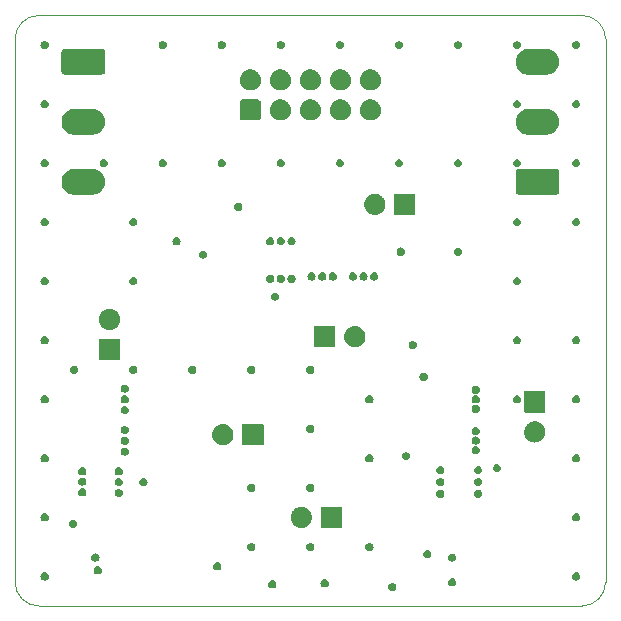
<source format=gbr>
%TF.GenerationSoftware,KiCad,Pcbnew,8.0.1*%
%TF.CreationDate,2024-04-20T12:15:38+02:00*%
%TF.ProjectId,nbg,6e62672e-6b69-4636-9164-5f7063625858,rev?*%
%TF.SameCoordinates,Original*%
%TF.FileFunction,Soldermask,Bot*%
%TF.FilePolarity,Negative*%
%FSLAX46Y46*%
G04 Gerber Fmt 4.6, Leading zero omitted, Abs format (unit mm)*
G04 Created by KiCad (PCBNEW 8.0.1) date 2024-04-20 12:15:38*
%MOMM*%
%LPD*%
G01*
G04 APERTURE LIST*
%TA.AperFunction,Profile*%
%ADD10C,0.050000*%
%TD*%
G04 APERTURE END LIST*
G36*
X77050605Y-98057827D02*
G01*
X77148174Y-98107541D01*
X77225605Y-98184972D01*
X77275319Y-98282541D01*
X77292449Y-98390697D01*
X77275319Y-98498853D01*
X77225605Y-98596422D01*
X77148174Y-98673853D01*
X77050605Y-98723567D01*
X76942449Y-98740697D01*
X76834293Y-98723567D01*
X76736724Y-98673853D01*
X76659293Y-98596422D01*
X76609579Y-98498853D01*
X76592449Y-98390697D01*
X76609579Y-98282541D01*
X76659293Y-98184972D01*
X76736724Y-98107541D01*
X76834293Y-98057827D01*
X76942449Y-98040697D01*
X77050605Y-98057827D01*
G37*
G36*
X66882308Y-97836647D02*
G01*
X66979877Y-97886361D01*
X67057308Y-97963792D01*
X67107022Y-98061361D01*
X67124152Y-98169517D01*
X67107022Y-98277673D01*
X67057308Y-98375242D01*
X66979877Y-98452673D01*
X66882308Y-98502387D01*
X66774152Y-98519517D01*
X66665996Y-98502387D01*
X66568427Y-98452673D01*
X66490996Y-98375242D01*
X66441282Y-98277673D01*
X66424152Y-98169517D01*
X66441282Y-98061361D01*
X66490996Y-97963792D01*
X66568427Y-97886361D01*
X66665996Y-97836647D01*
X66774152Y-97819517D01*
X66882308Y-97836647D01*
G37*
G36*
X71311884Y-97746980D02*
G01*
X71409453Y-97796694D01*
X71486884Y-97874125D01*
X71536598Y-97971694D01*
X71553728Y-98079850D01*
X71536598Y-98188006D01*
X71486884Y-98285575D01*
X71409453Y-98363006D01*
X71311884Y-98412720D01*
X71203728Y-98429850D01*
X71095572Y-98412720D01*
X70998003Y-98363006D01*
X70920572Y-98285575D01*
X70870858Y-98188006D01*
X70853728Y-98079850D01*
X70870858Y-97971694D01*
X70920572Y-97874125D01*
X70998003Y-97796694D01*
X71095572Y-97746980D01*
X71203728Y-97729850D01*
X71311884Y-97746980D01*
G37*
G36*
X82108156Y-97667130D02*
G01*
X82205725Y-97716844D01*
X82283156Y-97794275D01*
X82332870Y-97891844D01*
X82350000Y-98000000D01*
X82332870Y-98108156D01*
X82283156Y-98205725D01*
X82205725Y-98283156D01*
X82108156Y-98332870D01*
X82000000Y-98350000D01*
X81891844Y-98332870D01*
X81794275Y-98283156D01*
X81716844Y-98205725D01*
X81667130Y-98108156D01*
X81650000Y-98000000D01*
X81667130Y-97891844D01*
X81716844Y-97794275D01*
X81794275Y-97716844D01*
X81891844Y-97667130D01*
X82000000Y-97650000D01*
X82108156Y-97667130D01*
G37*
G36*
X47608156Y-97167130D02*
G01*
X47705725Y-97216844D01*
X47783156Y-97294275D01*
X47832870Y-97391844D01*
X47850000Y-97500000D01*
X47832870Y-97608156D01*
X47783156Y-97705725D01*
X47705725Y-97783156D01*
X47608156Y-97832870D01*
X47500000Y-97850000D01*
X47391844Y-97832870D01*
X47294275Y-97783156D01*
X47216844Y-97705725D01*
X47167130Y-97608156D01*
X47150000Y-97500000D01*
X47167130Y-97391844D01*
X47216844Y-97294275D01*
X47294275Y-97216844D01*
X47391844Y-97167130D01*
X47500000Y-97150000D01*
X47608156Y-97167130D01*
G37*
G36*
X92608156Y-97167130D02*
G01*
X92705725Y-97216844D01*
X92783156Y-97294275D01*
X92832870Y-97391844D01*
X92850000Y-97500000D01*
X92832870Y-97608156D01*
X92783156Y-97705725D01*
X92705725Y-97783156D01*
X92608156Y-97832870D01*
X92500000Y-97850000D01*
X92391844Y-97832870D01*
X92294275Y-97783156D01*
X92216844Y-97705725D01*
X92167130Y-97608156D01*
X92150000Y-97500000D01*
X92167130Y-97391844D01*
X92216844Y-97294275D01*
X92294275Y-97216844D01*
X92391844Y-97167130D01*
X92500000Y-97150000D01*
X92608156Y-97167130D01*
G37*
G36*
X52110956Y-96653930D02*
G01*
X52208525Y-96703644D01*
X52285956Y-96781075D01*
X52335670Y-96878644D01*
X52352800Y-96986800D01*
X52335670Y-97094956D01*
X52285956Y-97192525D01*
X52208525Y-97269956D01*
X52110956Y-97319670D01*
X52002800Y-97336800D01*
X51894644Y-97319670D01*
X51797075Y-97269956D01*
X51719644Y-97192525D01*
X51669930Y-97094956D01*
X51652800Y-96986800D01*
X51669930Y-96878644D01*
X51719644Y-96781075D01*
X51797075Y-96703644D01*
X51894644Y-96653930D01*
X52002800Y-96636800D01*
X52110956Y-96653930D01*
G37*
G36*
X62219596Y-96318277D02*
G01*
X62317165Y-96367991D01*
X62394596Y-96445422D01*
X62444310Y-96542991D01*
X62461440Y-96651147D01*
X62444310Y-96759303D01*
X62394596Y-96856872D01*
X62317165Y-96934303D01*
X62219596Y-96984017D01*
X62111440Y-97001147D01*
X62003284Y-96984017D01*
X61905715Y-96934303D01*
X61828284Y-96856872D01*
X61778570Y-96759303D01*
X61761440Y-96651147D01*
X61778570Y-96542991D01*
X61828284Y-96445422D01*
X61905715Y-96367991D01*
X62003284Y-96318277D01*
X62111440Y-96301147D01*
X62219596Y-96318277D01*
G37*
G36*
X51908156Y-95567130D02*
G01*
X52005725Y-95616844D01*
X52083156Y-95694275D01*
X52132870Y-95791844D01*
X52150000Y-95900000D01*
X52132870Y-96008156D01*
X52083156Y-96105725D01*
X52005725Y-96183156D01*
X51908156Y-96232870D01*
X51800000Y-96250000D01*
X51691844Y-96232870D01*
X51594275Y-96183156D01*
X51516844Y-96105725D01*
X51467130Y-96008156D01*
X51450000Y-95900000D01*
X51467130Y-95791844D01*
X51516844Y-95694275D01*
X51594275Y-95616844D01*
X51691844Y-95567130D01*
X51800000Y-95550000D01*
X51908156Y-95567130D01*
G37*
G36*
X82108156Y-95567130D02*
G01*
X82205725Y-95616844D01*
X82283156Y-95694275D01*
X82332870Y-95791844D01*
X82350000Y-95900000D01*
X82332870Y-96008156D01*
X82283156Y-96105725D01*
X82205725Y-96183156D01*
X82108156Y-96232870D01*
X82000000Y-96250000D01*
X81891844Y-96232870D01*
X81794275Y-96183156D01*
X81716844Y-96105725D01*
X81667130Y-96008156D01*
X81650000Y-95900000D01*
X81667130Y-95791844D01*
X81716844Y-95694275D01*
X81794275Y-95616844D01*
X81891844Y-95567130D01*
X82000000Y-95550000D01*
X82108156Y-95567130D01*
G37*
G36*
X80008156Y-95267130D02*
G01*
X80105725Y-95316844D01*
X80183156Y-95394275D01*
X80232870Y-95491844D01*
X80250000Y-95600000D01*
X80232870Y-95708156D01*
X80183156Y-95805725D01*
X80105725Y-95883156D01*
X80008156Y-95932870D01*
X79900000Y-95950000D01*
X79791844Y-95932870D01*
X79694275Y-95883156D01*
X79616844Y-95805725D01*
X79567130Y-95708156D01*
X79550000Y-95600000D01*
X79567130Y-95491844D01*
X79616844Y-95394275D01*
X79694275Y-95316844D01*
X79791844Y-95267130D01*
X79900000Y-95250000D01*
X80008156Y-95267130D01*
G37*
G36*
X65108156Y-94667130D02*
G01*
X65205725Y-94716844D01*
X65283156Y-94794275D01*
X65332870Y-94891844D01*
X65350000Y-95000000D01*
X65332870Y-95108156D01*
X65283156Y-95205725D01*
X65205725Y-95283156D01*
X65108156Y-95332870D01*
X65000000Y-95350000D01*
X64891844Y-95332870D01*
X64794275Y-95283156D01*
X64716844Y-95205725D01*
X64667130Y-95108156D01*
X64650000Y-95000000D01*
X64667130Y-94891844D01*
X64716844Y-94794275D01*
X64794275Y-94716844D01*
X64891844Y-94667130D01*
X65000000Y-94650000D01*
X65108156Y-94667130D01*
G37*
G36*
X70108156Y-94667130D02*
G01*
X70205725Y-94716844D01*
X70283156Y-94794275D01*
X70332870Y-94891844D01*
X70350000Y-95000000D01*
X70332870Y-95108156D01*
X70283156Y-95205725D01*
X70205725Y-95283156D01*
X70108156Y-95332870D01*
X70000000Y-95350000D01*
X69891844Y-95332870D01*
X69794275Y-95283156D01*
X69716844Y-95205725D01*
X69667130Y-95108156D01*
X69650000Y-95000000D01*
X69667130Y-94891844D01*
X69716844Y-94794275D01*
X69794275Y-94716844D01*
X69891844Y-94667130D01*
X70000000Y-94650000D01*
X70108156Y-94667130D01*
G37*
G36*
X75108156Y-94667130D02*
G01*
X75205725Y-94716844D01*
X75283156Y-94794275D01*
X75332870Y-94891844D01*
X75350000Y-95000000D01*
X75332870Y-95108156D01*
X75283156Y-95205725D01*
X75205725Y-95283156D01*
X75108156Y-95332870D01*
X75000000Y-95350000D01*
X74891844Y-95332870D01*
X74794275Y-95283156D01*
X74716844Y-95205725D01*
X74667130Y-95108156D01*
X74650000Y-95000000D01*
X74667130Y-94891844D01*
X74716844Y-94794275D01*
X74794275Y-94716844D01*
X74891844Y-94667130D01*
X75000000Y-94650000D01*
X75108156Y-94667130D01*
G37*
G36*
X50008156Y-92717130D02*
G01*
X50105725Y-92766844D01*
X50183156Y-92844275D01*
X50232870Y-92941844D01*
X50250000Y-93050000D01*
X50232870Y-93158156D01*
X50183156Y-93255725D01*
X50105725Y-93333156D01*
X50008156Y-93382870D01*
X49900000Y-93400000D01*
X49791844Y-93382870D01*
X49694275Y-93333156D01*
X49616844Y-93255725D01*
X49567130Y-93158156D01*
X49550000Y-93050000D01*
X49567130Y-92941844D01*
X49616844Y-92844275D01*
X49694275Y-92766844D01*
X49791844Y-92717130D01*
X49900000Y-92700000D01*
X50008156Y-92717130D01*
G37*
G36*
X72644134Y-91603806D02*
G01*
X72660355Y-91614645D01*
X72671194Y-91630866D01*
X72675000Y-91650000D01*
X72675000Y-93350000D01*
X72671194Y-93369134D01*
X72660355Y-93385355D01*
X72644134Y-93396194D01*
X72625000Y-93400000D01*
X70925000Y-93400000D01*
X70905866Y-93396194D01*
X70889645Y-93385355D01*
X70878806Y-93369134D01*
X70875000Y-93350000D01*
X70875000Y-91650000D01*
X70878806Y-91630866D01*
X70889645Y-91614645D01*
X70905866Y-91603806D01*
X70925000Y-91600000D01*
X72625000Y-91600000D01*
X72644134Y-91603806D01*
G37*
G36*
X69282607Y-91604930D02*
G01*
X69329076Y-91604930D01*
X69369202Y-91613459D01*
X69410533Y-91617530D01*
X69462460Y-91633282D01*
X69513115Y-91644049D01*
X69545527Y-91658479D01*
X69579321Y-91668731D01*
X69633023Y-91697435D01*
X69685000Y-91720577D01*
X69709165Y-91738134D01*
X69734878Y-91751878D01*
X69787333Y-91794927D01*
X69837218Y-91831170D01*
X69853412Y-91849155D01*
X69871225Y-91863774D01*
X69919089Y-91922097D01*
X69963115Y-91970993D01*
X69972365Y-91987015D01*
X69983121Y-92000121D01*
X70022908Y-92074557D01*
X70057191Y-92133937D01*
X70061134Y-92146074D01*
X70066268Y-92155678D01*
X70094568Y-92248971D01*
X70115333Y-92312879D01*
X70116064Y-92319834D01*
X70117469Y-92324466D01*
X70131151Y-92463385D01*
X70135000Y-92500000D01*
X70131151Y-92536617D01*
X70117469Y-92675533D01*
X70116064Y-92680164D01*
X70115333Y-92687121D01*
X70094563Y-92751042D01*
X70066268Y-92844321D01*
X70061135Y-92853923D01*
X70057191Y-92866063D01*
X70022901Y-92925454D01*
X69983121Y-92999878D01*
X69972367Y-93012981D01*
X69963115Y-93029007D01*
X69919080Y-93077912D01*
X69871225Y-93136225D01*
X69853415Y-93150840D01*
X69837218Y-93168830D01*
X69787323Y-93205080D01*
X69734878Y-93248121D01*
X69709171Y-93261861D01*
X69685000Y-93279423D01*
X69633012Y-93302569D01*
X69579321Y-93331268D01*
X69545534Y-93341517D01*
X69513115Y-93355951D01*
X69462449Y-93366720D01*
X69410533Y-93382469D01*
X69369210Y-93386538D01*
X69329076Y-93395070D01*
X69282597Y-93395070D01*
X69235000Y-93399758D01*
X69187403Y-93395070D01*
X69140924Y-93395070D01*
X69100789Y-93386539D01*
X69059466Y-93382469D01*
X69007546Y-93366719D01*
X68956885Y-93355951D01*
X68924467Y-93341517D01*
X68890678Y-93331268D01*
X68836981Y-93302566D01*
X68785000Y-93279423D01*
X68760831Y-93261863D01*
X68735121Y-93248121D01*
X68682667Y-93205074D01*
X68632782Y-93168830D01*
X68616587Y-93150843D01*
X68598774Y-93136225D01*
X68550908Y-93077899D01*
X68506885Y-93029007D01*
X68497634Y-93012985D01*
X68486878Y-92999878D01*
X68447085Y-92925431D01*
X68412809Y-92866063D01*
X68408866Y-92853928D01*
X68403731Y-92844321D01*
X68375421Y-92750996D01*
X68354667Y-92687121D01*
X68353936Y-92680169D01*
X68352530Y-92675533D01*
X68338832Y-92536466D01*
X68335000Y-92500000D01*
X68338832Y-92463536D01*
X68352530Y-92324466D01*
X68353936Y-92319829D01*
X68354667Y-92312879D01*
X68375416Y-92249017D01*
X68403731Y-92155678D01*
X68408866Y-92146069D01*
X68412809Y-92133937D01*
X68447078Y-92074581D01*
X68486878Y-92000121D01*
X68497636Y-91987011D01*
X68506885Y-91970993D01*
X68550898Y-91922110D01*
X68598774Y-91863774D01*
X68616590Y-91849152D01*
X68632782Y-91831170D01*
X68682657Y-91794933D01*
X68735121Y-91751878D01*
X68760836Y-91738132D01*
X68785000Y-91720577D01*
X68836970Y-91697438D01*
X68890678Y-91668731D01*
X68924474Y-91658478D01*
X68956885Y-91644049D01*
X69007535Y-91633282D01*
X69059466Y-91617530D01*
X69100798Y-91613459D01*
X69140924Y-91604930D01*
X69187393Y-91604930D01*
X69235000Y-91600241D01*
X69282607Y-91604930D01*
G37*
G36*
X47608156Y-92167130D02*
G01*
X47705725Y-92216844D01*
X47783156Y-92294275D01*
X47832870Y-92391844D01*
X47850000Y-92500000D01*
X47832870Y-92608156D01*
X47783156Y-92705725D01*
X47705725Y-92783156D01*
X47608156Y-92832870D01*
X47500000Y-92850000D01*
X47391844Y-92832870D01*
X47294275Y-92783156D01*
X47216844Y-92705725D01*
X47167130Y-92608156D01*
X47150000Y-92500000D01*
X47167130Y-92391844D01*
X47216844Y-92294275D01*
X47294275Y-92216844D01*
X47391844Y-92167130D01*
X47500000Y-92150000D01*
X47608156Y-92167130D01*
G37*
G36*
X92608156Y-92167130D02*
G01*
X92705725Y-92216844D01*
X92783156Y-92294275D01*
X92832870Y-92391844D01*
X92850000Y-92500000D01*
X92832870Y-92608156D01*
X92783156Y-92705725D01*
X92705725Y-92783156D01*
X92608156Y-92832870D01*
X92500000Y-92850000D01*
X92391844Y-92832870D01*
X92294275Y-92783156D01*
X92216844Y-92705725D01*
X92167130Y-92608156D01*
X92150000Y-92500000D01*
X92167130Y-92391844D01*
X92216844Y-92294275D01*
X92294275Y-92216844D01*
X92391844Y-92167130D01*
X92500000Y-92150000D01*
X92608156Y-92167130D01*
G37*
G36*
X81108156Y-90167130D02*
G01*
X81205725Y-90216844D01*
X81283156Y-90294275D01*
X81332870Y-90391844D01*
X81350000Y-90500000D01*
X81332870Y-90608156D01*
X81283156Y-90705725D01*
X81205725Y-90783156D01*
X81108156Y-90832870D01*
X81000000Y-90850000D01*
X80891844Y-90832870D01*
X80794275Y-90783156D01*
X80716844Y-90705725D01*
X80667130Y-90608156D01*
X80650000Y-90500000D01*
X80667130Y-90391844D01*
X80716844Y-90294275D01*
X80794275Y-90216844D01*
X80891844Y-90167130D01*
X81000000Y-90150000D01*
X81108156Y-90167130D01*
G37*
G36*
X84308156Y-90167130D02*
G01*
X84405725Y-90216844D01*
X84483156Y-90294275D01*
X84532870Y-90391844D01*
X84550000Y-90500000D01*
X84532870Y-90608156D01*
X84483156Y-90705725D01*
X84405725Y-90783156D01*
X84308156Y-90832870D01*
X84200000Y-90850000D01*
X84091844Y-90832870D01*
X83994275Y-90783156D01*
X83916844Y-90705725D01*
X83867130Y-90608156D01*
X83850000Y-90500000D01*
X83867130Y-90391844D01*
X83916844Y-90294275D01*
X83994275Y-90216844D01*
X84091844Y-90167130D01*
X84200000Y-90150000D01*
X84308156Y-90167130D01*
G37*
G36*
X53888956Y-90100730D02*
G01*
X53986525Y-90150444D01*
X54063956Y-90227875D01*
X54113670Y-90325444D01*
X54130800Y-90433600D01*
X54113670Y-90541756D01*
X54063956Y-90639325D01*
X53986525Y-90716756D01*
X53888956Y-90766470D01*
X53780800Y-90783600D01*
X53672644Y-90766470D01*
X53575075Y-90716756D01*
X53497644Y-90639325D01*
X53447930Y-90541756D01*
X53430800Y-90433600D01*
X53447930Y-90325444D01*
X53497644Y-90227875D01*
X53575075Y-90150444D01*
X53672644Y-90100730D01*
X53780800Y-90083600D01*
X53888956Y-90100730D01*
G37*
G36*
X50790156Y-90049930D02*
G01*
X50887725Y-90099644D01*
X50965156Y-90177075D01*
X51014870Y-90274644D01*
X51032000Y-90382800D01*
X51014870Y-90490956D01*
X50965156Y-90588525D01*
X50887725Y-90665956D01*
X50790156Y-90715670D01*
X50682000Y-90732800D01*
X50573844Y-90715670D01*
X50476275Y-90665956D01*
X50398844Y-90588525D01*
X50349130Y-90490956D01*
X50332000Y-90382800D01*
X50349130Y-90274644D01*
X50398844Y-90177075D01*
X50476275Y-90099644D01*
X50573844Y-90049930D01*
X50682000Y-90032800D01*
X50790156Y-90049930D01*
G37*
G36*
X65108156Y-89667130D02*
G01*
X65205725Y-89716844D01*
X65283156Y-89794275D01*
X65332870Y-89891844D01*
X65350000Y-90000000D01*
X65332870Y-90108156D01*
X65283156Y-90205725D01*
X65205725Y-90283156D01*
X65108156Y-90332870D01*
X65000000Y-90350000D01*
X64891844Y-90332870D01*
X64794275Y-90283156D01*
X64716844Y-90205725D01*
X64667130Y-90108156D01*
X64650000Y-90000000D01*
X64667130Y-89891844D01*
X64716844Y-89794275D01*
X64794275Y-89716844D01*
X64891844Y-89667130D01*
X65000000Y-89650000D01*
X65108156Y-89667130D01*
G37*
G36*
X70108156Y-89667130D02*
G01*
X70205725Y-89716844D01*
X70283156Y-89794275D01*
X70332870Y-89891844D01*
X70350000Y-90000000D01*
X70332870Y-90108156D01*
X70283156Y-90205725D01*
X70205725Y-90283156D01*
X70108156Y-90332870D01*
X70000000Y-90350000D01*
X69891844Y-90332870D01*
X69794275Y-90283156D01*
X69716844Y-90205725D01*
X69667130Y-90108156D01*
X69650000Y-90000000D01*
X69667130Y-89891844D01*
X69716844Y-89794275D01*
X69794275Y-89716844D01*
X69891844Y-89667130D01*
X70000000Y-89650000D01*
X70108156Y-89667130D01*
G37*
G36*
X53888956Y-89186330D02*
G01*
X53986525Y-89236044D01*
X54063956Y-89313475D01*
X54113670Y-89411044D01*
X54130800Y-89519200D01*
X54113670Y-89627356D01*
X54063956Y-89724925D01*
X53986525Y-89802356D01*
X53888956Y-89852070D01*
X53780800Y-89869200D01*
X53672644Y-89852070D01*
X53575075Y-89802356D01*
X53497644Y-89724925D01*
X53447930Y-89627356D01*
X53430800Y-89519200D01*
X53447930Y-89411044D01*
X53497644Y-89313475D01*
X53575075Y-89236044D01*
X53672644Y-89186330D01*
X53780800Y-89169200D01*
X53888956Y-89186330D01*
G37*
G36*
X55971756Y-89186330D02*
G01*
X56069325Y-89236044D01*
X56146756Y-89313475D01*
X56196470Y-89411044D01*
X56213600Y-89519200D01*
X56196470Y-89627356D01*
X56146756Y-89724925D01*
X56069325Y-89802356D01*
X55971756Y-89852070D01*
X55863600Y-89869200D01*
X55755444Y-89852070D01*
X55657875Y-89802356D01*
X55580444Y-89724925D01*
X55530730Y-89627356D01*
X55513600Y-89519200D01*
X55530730Y-89411044D01*
X55580444Y-89313475D01*
X55657875Y-89236044D01*
X55755444Y-89186330D01*
X55863600Y-89169200D01*
X55971756Y-89186330D01*
G37*
G36*
X81108156Y-89167130D02*
G01*
X81205725Y-89216844D01*
X81283156Y-89294275D01*
X81332870Y-89391844D01*
X81350000Y-89500000D01*
X81332870Y-89608156D01*
X81283156Y-89705725D01*
X81205725Y-89783156D01*
X81108156Y-89832870D01*
X81000000Y-89850000D01*
X80891844Y-89832870D01*
X80794275Y-89783156D01*
X80716844Y-89705725D01*
X80667130Y-89608156D01*
X80650000Y-89500000D01*
X80667130Y-89391844D01*
X80716844Y-89294275D01*
X80794275Y-89216844D01*
X80891844Y-89167130D01*
X81000000Y-89150000D01*
X81108156Y-89167130D01*
G37*
G36*
X84308156Y-89167130D02*
G01*
X84405725Y-89216844D01*
X84483156Y-89294275D01*
X84532870Y-89391844D01*
X84550000Y-89500000D01*
X84532870Y-89608156D01*
X84483156Y-89705725D01*
X84405725Y-89783156D01*
X84308156Y-89832870D01*
X84200000Y-89850000D01*
X84091844Y-89832870D01*
X83994275Y-89783156D01*
X83916844Y-89705725D01*
X83867130Y-89608156D01*
X83850000Y-89500000D01*
X83867130Y-89391844D01*
X83916844Y-89294275D01*
X83994275Y-89216844D01*
X84091844Y-89167130D01*
X84200000Y-89150000D01*
X84308156Y-89167130D01*
G37*
G36*
X50790156Y-89135530D02*
G01*
X50887725Y-89185244D01*
X50965156Y-89262675D01*
X51014870Y-89360244D01*
X51032000Y-89468400D01*
X51014870Y-89576556D01*
X50965156Y-89674125D01*
X50887725Y-89751556D01*
X50790156Y-89801270D01*
X50682000Y-89818400D01*
X50573844Y-89801270D01*
X50476275Y-89751556D01*
X50398844Y-89674125D01*
X50349130Y-89576556D01*
X50332000Y-89468400D01*
X50349130Y-89360244D01*
X50398844Y-89262675D01*
X50476275Y-89185244D01*
X50573844Y-89135530D01*
X50682000Y-89118400D01*
X50790156Y-89135530D01*
G37*
G36*
X50790156Y-88271930D02*
G01*
X50887725Y-88321644D01*
X50965156Y-88399075D01*
X51014870Y-88496644D01*
X51032000Y-88604800D01*
X51014870Y-88712956D01*
X50965156Y-88810525D01*
X50887725Y-88887956D01*
X50790156Y-88937670D01*
X50682000Y-88954800D01*
X50573844Y-88937670D01*
X50476275Y-88887956D01*
X50398844Y-88810525D01*
X50349130Y-88712956D01*
X50332000Y-88604800D01*
X50349130Y-88496644D01*
X50398844Y-88399075D01*
X50476275Y-88321644D01*
X50573844Y-88271930D01*
X50682000Y-88254800D01*
X50790156Y-88271930D01*
G37*
G36*
X53888956Y-88271930D02*
G01*
X53986525Y-88321644D01*
X54063956Y-88399075D01*
X54113670Y-88496644D01*
X54130800Y-88604800D01*
X54113670Y-88712956D01*
X54063956Y-88810525D01*
X53986525Y-88887956D01*
X53888956Y-88937670D01*
X53780800Y-88954800D01*
X53672644Y-88937670D01*
X53575075Y-88887956D01*
X53497644Y-88810525D01*
X53447930Y-88712956D01*
X53430800Y-88604800D01*
X53447930Y-88496644D01*
X53497644Y-88399075D01*
X53575075Y-88321644D01*
X53672644Y-88271930D01*
X53780800Y-88254800D01*
X53888956Y-88271930D01*
G37*
G36*
X81108156Y-88167130D02*
G01*
X81205725Y-88216844D01*
X81283156Y-88294275D01*
X81332870Y-88391844D01*
X81350000Y-88500000D01*
X81332870Y-88608156D01*
X81283156Y-88705725D01*
X81205725Y-88783156D01*
X81108156Y-88832870D01*
X81000000Y-88850000D01*
X80891844Y-88832870D01*
X80794275Y-88783156D01*
X80716844Y-88705725D01*
X80667130Y-88608156D01*
X80650000Y-88500000D01*
X80667130Y-88391844D01*
X80716844Y-88294275D01*
X80794275Y-88216844D01*
X80891844Y-88167130D01*
X81000000Y-88150000D01*
X81108156Y-88167130D01*
G37*
G36*
X84308156Y-88167130D02*
G01*
X84405725Y-88216844D01*
X84483156Y-88294275D01*
X84532870Y-88391844D01*
X84550000Y-88500000D01*
X84532870Y-88608156D01*
X84483156Y-88705725D01*
X84405725Y-88783156D01*
X84308156Y-88832870D01*
X84200000Y-88850000D01*
X84091844Y-88832870D01*
X83994275Y-88783156D01*
X83916844Y-88705725D01*
X83867130Y-88608156D01*
X83850000Y-88500000D01*
X83867130Y-88391844D01*
X83916844Y-88294275D01*
X83994275Y-88216844D01*
X84091844Y-88167130D01*
X84200000Y-88150000D01*
X84308156Y-88167130D01*
G37*
G36*
X85898495Y-87986093D02*
G01*
X85996064Y-88035807D01*
X86073495Y-88113238D01*
X86123209Y-88210807D01*
X86140339Y-88318963D01*
X86123209Y-88427119D01*
X86073495Y-88524688D01*
X85996064Y-88602119D01*
X85898495Y-88651833D01*
X85790339Y-88668963D01*
X85682183Y-88651833D01*
X85584614Y-88602119D01*
X85507183Y-88524688D01*
X85457469Y-88427119D01*
X85440339Y-88318963D01*
X85457469Y-88210807D01*
X85507183Y-88113238D01*
X85584614Y-88035807D01*
X85682183Y-87986093D01*
X85790339Y-87968963D01*
X85898495Y-87986093D01*
G37*
G36*
X47608156Y-87167130D02*
G01*
X47705725Y-87216844D01*
X47783156Y-87294275D01*
X47832870Y-87391844D01*
X47850000Y-87500000D01*
X47832870Y-87608156D01*
X47783156Y-87705725D01*
X47705725Y-87783156D01*
X47608156Y-87832870D01*
X47500000Y-87850000D01*
X47391844Y-87832870D01*
X47294275Y-87783156D01*
X47216844Y-87705725D01*
X47167130Y-87608156D01*
X47150000Y-87500000D01*
X47167130Y-87391844D01*
X47216844Y-87294275D01*
X47294275Y-87216844D01*
X47391844Y-87167130D01*
X47500000Y-87150000D01*
X47608156Y-87167130D01*
G37*
G36*
X75108156Y-87167130D02*
G01*
X75205725Y-87216844D01*
X75283156Y-87294275D01*
X75332870Y-87391844D01*
X75350000Y-87500000D01*
X75332870Y-87608156D01*
X75283156Y-87705725D01*
X75205725Y-87783156D01*
X75108156Y-87832870D01*
X75000000Y-87850000D01*
X74891844Y-87832870D01*
X74794275Y-87783156D01*
X74716844Y-87705725D01*
X74667130Y-87608156D01*
X74650000Y-87500000D01*
X74667130Y-87391844D01*
X74716844Y-87294275D01*
X74794275Y-87216844D01*
X74891844Y-87167130D01*
X75000000Y-87150000D01*
X75108156Y-87167130D01*
G37*
G36*
X92608156Y-87167130D02*
G01*
X92705725Y-87216844D01*
X92783156Y-87294275D01*
X92832870Y-87391844D01*
X92850000Y-87500000D01*
X92832870Y-87608156D01*
X92783156Y-87705725D01*
X92705725Y-87783156D01*
X92608156Y-87832870D01*
X92500000Y-87850000D01*
X92391844Y-87832870D01*
X92294275Y-87783156D01*
X92216844Y-87705725D01*
X92167130Y-87608156D01*
X92150000Y-87500000D01*
X92167130Y-87391844D01*
X92216844Y-87294275D01*
X92294275Y-87216844D01*
X92391844Y-87167130D01*
X92500000Y-87150000D01*
X92608156Y-87167130D01*
G37*
G36*
X78208156Y-86967130D02*
G01*
X78305725Y-87016844D01*
X78383156Y-87094275D01*
X78432870Y-87191844D01*
X78450000Y-87300000D01*
X78432870Y-87408156D01*
X78383156Y-87505725D01*
X78305725Y-87583156D01*
X78208156Y-87632870D01*
X78100000Y-87650000D01*
X77991844Y-87632870D01*
X77894275Y-87583156D01*
X77816844Y-87505725D01*
X77767130Y-87408156D01*
X77750000Y-87300000D01*
X77767130Y-87191844D01*
X77816844Y-87094275D01*
X77894275Y-87016844D01*
X77991844Y-86967130D01*
X78100000Y-86950000D01*
X78208156Y-86967130D01*
G37*
G36*
X54396956Y-86595530D02*
G01*
X54494525Y-86645244D01*
X54571956Y-86722675D01*
X54621670Y-86820244D01*
X54638800Y-86928400D01*
X54621670Y-87036556D01*
X54571956Y-87134125D01*
X54494525Y-87211556D01*
X54396956Y-87261270D01*
X54288800Y-87278400D01*
X54180644Y-87261270D01*
X54083075Y-87211556D01*
X54005644Y-87134125D01*
X53955930Y-87036556D01*
X53938800Y-86928400D01*
X53955930Y-86820244D01*
X54005644Y-86722675D01*
X54083075Y-86645244D01*
X54180644Y-86595530D01*
X54288800Y-86578400D01*
X54396956Y-86595530D01*
G37*
G36*
X84108156Y-86467130D02*
G01*
X84205725Y-86516844D01*
X84283156Y-86594275D01*
X84332870Y-86691844D01*
X84350000Y-86800000D01*
X84332870Y-86908156D01*
X84283156Y-87005725D01*
X84205725Y-87083156D01*
X84108156Y-87132870D01*
X84000000Y-87150000D01*
X83891844Y-87132870D01*
X83794275Y-87083156D01*
X83716844Y-87005725D01*
X83667130Y-86908156D01*
X83650000Y-86800000D01*
X83667130Y-86691844D01*
X83716844Y-86594275D01*
X83794275Y-86516844D01*
X83891844Y-86467130D01*
X84000000Y-86450000D01*
X84108156Y-86467130D01*
G37*
G36*
X66002934Y-84603806D02*
G01*
X66019155Y-84614645D01*
X66029994Y-84630866D01*
X66033800Y-84650000D01*
X66033800Y-86350000D01*
X66029994Y-86369134D01*
X66019155Y-86385355D01*
X66002934Y-86396194D01*
X65983800Y-86400000D01*
X64283800Y-86400000D01*
X64264666Y-86396194D01*
X64248445Y-86385355D01*
X64237606Y-86369134D01*
X64233800Y-86350000D01*
X64233800Y-84650000D01*
X64237606Y-84630866D01*
X64248445Y-84614645D01*
X64264666Y-84603806D01*
X64283800Y-84600000D01*
X65983800Y-84600000D01*
X66002934Y-84603806D01*
G37*
G36*
X62641407Y-84604930D02*
G01*
X62687876Y-84604930D01*
X62728002Y-84613459D01*
X62769333Y-84617530D01*
X62821260Y-84633282D01*
X62871915Y-84644049D01*
X62904327Y-84658479D01*
X62938121Y-84668731D01*
X62991823Y-84697435D01*
X63043800Y-84720577D01*
X63067965Y-84738134D01*
X63093678Y-84751878D01*
X63146133Y-84794927D01*
X63196018Y-84831170D01*
X63212212Y-84849155D01*
X63230025Y-84863774D01*
X63277889Y-84922097D01*
X63321915Y-84970993D01*
X63331165Y-84987015D01*
X63341921Y-85000121D01*
X63381708Y-85074557D01*
X63415991Y-85133937D01*
X63419934Y-85146074D01*
X63425068Y-85155678D01*
X63453368Y-85248971D01*
X63474133Y-85312879D01*
X63474864Y-85319834D01*
X63476269Y-85324466D01*
X63489951Y-85463385D01*
X63493800Y-85500000D01*
X63489951Y-85536617D01*
X63476269Y-85675533D01*
X63474864Y-85680164D01*
X63474133Y-85687121D01*
X63453363Y-85751042D01*
X63425068Y-85844321D01*
X63419935Y-85853923D01*
X63415991Y-85866063D01*
X63381701Y-85925454D01*
X63341921Y-85999878D01*
X63331167Y-86012981D01*
X63321915Y-86029007D01*
X63277880Y-86077912D01*
X63230025Y-86136225D01*
X63212215Y-86150840D01*
X63196018Y-86168830D01*
X63146123Y-86205080D01*
X63093678Y-86248121D01*
X63067971Y-86261861D01*
X63043800Y-86279423D01*
X62991812Y-86302569D01*
X62938121Y-86331268D01*
X62904334Y-86341517D01*
X62871915Y-86355951D01*
X62821249Y-86366720D01*
X62769333Y-86382469D01*
X62728010Y-86386538D01*
X62687876Y-86395070D01*
X62641397Y-86395070D01*
X62593800Y-86399758D01*
X62546203Y-86395070D01*
X62499724Y-86395070D01*
X62459589Y-86386539D01*
X62418266Y-86382469D01*
X62366346Y-86366719D01*
X62315685Y-86355951D01*
X62283267Y-86341517D01*
X62249478Y-86331268D01*
X62195781Y-86302566D01*
X62143800Y-86279423D01*
X62119631Y-86261863D01*
X62093921Y-86248121D01*
X62041467Y-86205074D01*
X61991582Y-86168830D01*
X61975387Y-86150843D01*
X61957574Y-86136225D01*
X61909708Y-86077899D01*
X61865685Y-86029007D01*
X61856434Y-86012985D01*
X61845678Y-85999878D01*
X61805885Y-85925431D01*
X61771609Y-85866063D01*
X61767666Y-85853928D01*
X61762531Y-85844321D01*
X61734221Y-85750996D01*
X61713467Y-85687121D01*
X61712736Y-85680169D01*
X61711330Y-85675533D01*
X61697632Y-85536466D01*
X61693800Y-85500000D01*
X61697632Y-85463536D01*
X61711330Y-85324466D01*
X61712736Y-85319829D01*
X61713467Y-85312879D01*
X61734216Y-85249017D01*
X61762531Y-85155678D01*
X61767666Y-85146069D01*
X61771609Y-85133937D01*
X61805878Y-85074581D01*
X61845678Y-85000121D01*
X61856436Y-84987011D01*
X61865685Y-84970993D01*
X61909698Y-84922110D01*
X61957574Y-84863774D01*
X61975390Y-84849152D01*
X61991582Y-84831170D01*
X62041457Y-84794933D01*
X62093921Y-84751878D01*
X62119636Y-84738132D01*
X62143800Y-84720577D01*
X62195770Y-84697438D01*
X62249478Y-84668731D01*
X62283274Y-84658478D01*
X62315685Y-84644049D01*
X62366335Y-84633282D01*
X62418266Y-84617530D01*
X62459598Y-84613459D01*
X62499724Y-84604930D01*
X62546193Y-84604930D01*
X62593800Y-84600241D01*
X62641407Y-84604930D01*
G37*
G36*
X54396956Y-85681130D02*
G01*
X54494525Y-85730844D01*
X54571956Y-85808275D01*
X54621670Y-85905844D01*
X54638800Y-86014000D01*
X54621670Y-86122156D01*
X54571956Y-86219725D01*
X54494525Y-86297156D01*
X54396956Y-86346870D01*
X54288800Y-86364000D01*
X54180644Y-86346870D01*
X54083075Y-86297156D01*
X54005644Y-86219725D01*
X53955930Y-86122156D01*
X53938800Y-86014000D01*
X53955930Y-85905844D01*
X54005644Y-85808275D01*
X54083075Y-85730844D01*
X54180644Y-85681130D01*
X54288800Y-85664000D01*
X54396956Y-85681130D01*
G37*
G36*
X84108156Y-85667130D02*
G01*
X84205725Y-85716844D01*
X84283156Y-85794275D01*
X84332870Y-85891844D01*
X84350000Y-86000000D01*
X84332870Y-86108156D01*
X84283156Y-86205725D01*
X84205725Y-86283156D01*
X84108156Y-86332870D01*
X84000000Y-86350000D01*
X83891844Y-86332870D01*
X83794275Y-86283156D01*
X83716844Y-86205725D01*
X83667130Y-86108156D01*
X83650000Y-86000000D01*
X83667130Y-85891844D01*
X83716844Y-85794275D01*
X83794275Y-85716844D01*
X83891844Y-85667130D01*
X84000000Y-85650000D01*
X84108156Y-85667130D01*
G37*
G36*
X89047607Y-84369930D02*
G01*
X89094076Y-84369930D01*
X89134202Y-84378459D01*
X89175533Y-84382530D01*
X89227460Y-84398282D01*
X89278115Y-84409049D01*
X89310527Y-84423479D01*
X89344321Y-84433731D01*
X89398023Y-84462435D01*
X89450000Y-84485577D01*
X89474165Y-84503134D01*
X89499878Y-84516878D01*
X89552333Y-84559927D01*
X89602218Y-84596170D01*
X89618412Y-84614155D01*
X89636225Y-84628774D01*
X89684089Y-84687097D01*
X89728115Y-84735993D01*
X89737365Y-84752015D01*
X89748121Y-84765121D01*
X89787908Y-84839557D01*
X89822191Y-84898937D01*
X89826134Y-84911074D01*
X89831268Y-84920678D01*
X89859568Y-85013971D01*
X89880333Y-85077879D01*
X89881064Y-85084834D01*
X89882469Y-85089466D01*
X89896151Y-85228385D01*
X89900000Y-85265000D01*
X89896151Y-85301617D01*
X89882469Y-85440533D01*
X89881064Y-85445164D01*
X89880333Y-85452121D01*
X89859563Y-85516042D01*
X89831268Y-85609321D01*
X89826135Y-85618923D01*
X89822191Y-85631063D01*
X89787901Y-85690454D01*
X89748121Y-85764878D01*
X89737367Y-85777981D01*
X89728115Y-85794007D01*
X89684080Y-85842912D01*
X89636225Y-85901225D01*
X89618415Y-85915840D01*
X89602218Y-85933830D01*
X89552323Y-85970080D01*
X89499878Y-86013121D01*
X89474171Y-86026861D01*
X89450000Y-86044423D01*
X89398012Y-86067569D01*
X89344321Y-86096268D01*
X89310534Y-86106517D01*
X89278115Y-86120951D01*
X89227449Y-86131720D01*
X89175533Y-86147469D01*
X89134210Y-86151538D01*
X89094076Y-86160070D01*
X89047597Y-86160070D01*
X89000000Y-86164758D01*
X88952403Y-86160070D01*
X88905924Y-86160070D01*
X88865789Y-86151539D01*
X88824466Y-86147469D01*
X88772546Y-86131719D01*
X88721885Y-86120951D01*
X88689467Y-86106517D01*
X88655678Y-86096268D01*
X88601981Y-86067566D01*
X88550000Y-86044423D01*
X88525831Y-86026863D01*
X88500121Y-86013121D01*
X88447667Y-85970074D01*
X88397782Y-85933830D01*
X88381587Y-85915843D01*
X88363774Y-85901225D01*
X88315908Y-85842899D01*
X88271885Y-85794007D01*
X88262634Y-85777985D01*
X88251878Y-85764878D01*
X88212085Y-85690431D01*
X88177809Y-85631063D01*
X88173866Y-85618928D01*
X88168731Y-85609321D01*
X88140421Y-85515996D01*
X88119667Y-85452121D01*
X88118936Y-85445169D01*
X88117530Y-85440533D01*
X88103832Y-85301466D01*
X88100000Y-85265000D01*
X88103832Y-85228536D01*
X88117530Y-85089466D01*
X88118936Y-85084829D01*
X88119667Y-85077879D01*
X88140416Y-85014017D01*
X88168731Y-84920678D01*
X88173866Y-84911069D01*
X88177809Y-84898937D01*
X88212078Y-84839581D01*
X88251878Y-84765121D01*
X88262636Y-84752011D01*
X88271885Y-84735993D01*
X88315898Y-84687110D01*
X88363774Y-84628774D01*
X88381590Y-84614152D01*
X88397782Y-84596170D01*
X88447657Y-84559933D01*
X88500121Y-84516878D01*
X88525836Y-84503132D01*
X88550000Y-84485577D01*
X88601970Y-84462438D01*
X88655678Y-84433731D01*
X88689474Y-84423478D01*
X88721885Y-84409049D01*
X88772535Y-84398282D01*
X88824466Y-84382530D01*
X88865798Y-84378459D01*
X88905924Y-84369930D01*
X88952393Y-84369930D01*
X89000000Y-84365241D01*
X89047607Y-84369930D01*
G37*
G36*
X84108156Y-84867130D02*
G01*
X84205725Y-84916844D01*
X84283156Y-84994275D01*
X84332870Y-85091844D01*
X84350000Y-85200000D01*
X84332870Y-85308156D01*
X84283156Y-85405725D01*
X84205725Y-85483156D01*
X84108156Y-85532870D01*
X84000000Y-85550000D01*
X83891844Y-85532870D01*
X83794275Y-85483156D01*
X83716844Y-85405725D01*
X83667130Y-85308156D01*
X83650000Y-85200000D01*
X83667130Y-85091844D01*
X83716844Y-84994275D01*
X83794275Y-84916844D01*
X83891844Y-84867130D01*
X84000000Y-84850000D01*
X84108156Y-84867130D01*
G37*
G36*
X54396956Y-84766730D02*
G01*
X54494525Y-84816444D01*
X54571956Y-84893875D01*
X54621670Y-84991444D01*
X54638800Y-85099600D01*
X54621670Y-85207756D01*
X54571956Y-85305325D01*
X54494525Y-85382756D01*
X54396956Y-85432470D01*
X54288800Y-85449600D01*
X54180644Y-85432470D01*
X54083075Y-85382756D01*
X54005644Y-85305325D01*
X53955930Y-85207756D01*
X53938800Y-85099600D01*
X53955930Y-84991444D01*
X54005644Y-84893875D01*
X54083075Y-84816444D01*
X54180644Y-84766730D01*
X54288800Y-84749600D01*
X54396956Y-84766730D01*
G37*
G36*
X70108156Y-84667130D02*
G01*
X70205725Y-84716844D01*
X70283156Y-84794275D01*
X70332870Y-84891844D01*
X70350000Y-85000000D01*
X70332870Y-85108156D01*
X70283156Y-85205725D01*
X70205725Y-85283156D01*
X70108156Y-85332870D01*
X70000000Y-85350000D01*
X69891844Y-85332870D01*
X69794275Y-85283156D01*
X69716844Y-85205725D01*
X69667130Y-85108156D01*
X69650000Y-85000000D01*
X69667130Y-84891844D01*
X69716844Y-84794275D01*
X69794275Y-84716844D01*
X69891844Y-84667130D01*
X70000000Y-84650000D01*
X70108156Y-84667130D01*
G37*
G36*
X54396956Y-83090330D02*
G01*
X54494525Y-83140044D01*
X54571956Y-83217475D01*
X54621670Y-83315044D01*
X54638800Y-83423200D01*
X54621670Y-83531356D01*
X54571956Y-83628925D01*
X54494525Y-83706356D01*
X54396956Y-83756070D01*
X54288800Y-83773200D01*
X54180644Y-83756070D01*
X54083075Y-83706356D01*
X54005644Y-83628925D01*
X53955930Y-83531356D01*
X53938800Y-83423200D01*
X53955930Y-83315044D01*
X54005644Y-83217475D01*
X54083075Y-83140044D01*
X54180644Y-83090330D01*
X54288800Y-83073200D01*
X54396956Y-83090330D01*
G37*
G36*
X84108156Y-82967130D02*
G01*
X84205725Y-83016844D01*
X84283156Y-83094275D01*
X84332870Y-83191844D01*
X84350000Y-83300000D01*
X84332870Y-83408156D01*
X84283156Y-83505725D01*
X84205725Y-83583156D01*
X84108156Y-83632870D01*
X84000000Y-83650000D01*
X83891844Y-83632870D01*
X83794275Y-83583156D01*
X83716844Y-83505725D01*
X83667130Y-83408156D01*
X83650000Y-83300000D01*
X83667130Y-83191844D01*
X83716844Y-83094275D01*
X83794275Y-83016844D01*
X83891844Y-82967130D01*
X84000000Y-82950000D01*
X84108156Y-82967130D01*
G37*
G36*
X89869134Y-81828806D02*
G01*
X89885355Y-81839645D01*
X89896194Y-81855866D01*
X89900000Y-81875000D01*
X89900000Y-83575000D01*
X89896194Y-83594134D01*
X89885355Y-83610355D01*
X89869134Y-83621194D01*
X89850000Y-83625000D01*
X88150000Y-83625000D01*
X88130866Y-83621194D01*
X88114645Y-83610355D01*
X88103806Y-83594134D01*
X88100000Y-83575000D01*
X88100000Y-81875000D01*
X88103806Y-81855866D01*
X88114645Y-81839645D01*
X88130866Y-81828806D01*
X88150000Y-81825000D01*
X89850000Y-81825000D01*
X89869134Y-81828806D01*
G37*
G36*
X54396956Y-82175930D02*
G01*
X54494525Y-82225644D01*
X54571956Y-82303075D01*
X54621670Y-82400644D01*
X54638800Y-82508800D01*
X54621670Y-82616956D01*
X54571956Y-82714525D01*
X54494525Y-82791956D01*
X54396956Y-82841670D01*
X54288800Y-82858800D01*
X54180644Y-82841670D01*
X54083075Y-82791956D01*
X54005644Y-82714525D01*
X53955930Y-82616956D01*
X53938800Y-82508800D01*
X53955930Y-82400644D01*
X54005644Y-82303075D01*
X54083075Y-82225644D01*
X54180644Y-82175930D01*
X54288800Y-82158800D01*
X54396956Y-82175930D01*
G37*
G36*
X47608156Y-82167130D02*
G01*
X47705725Y-82216844D01*
X47783156Y-82294275D01*
X47832870Y-82391844D01*
X47850000Y-82500000D01*
X47832870Y-82608156D01*
X47783156Y-82705725D01*
X47705725Y-82783156D01*
X47608156Y-82832870D01*
X47500000Y-82850000D01*
X47391844Y-82832870D01*
X47294275Y-82783156D01*
X47216844Y-82705725D01*
X47167130Y-82608156D01*
X47150000Y-82500000D01*
X47167130Y-82391844D01*
X47216844Y-82294275D01*
X47294275Y-82216844D01*
X47391844Y-82167130D01*
X47500000Y-82150000D01*
X47608156Y-82167130D01*
G37*
G36*
X75108156Y-82167130D02*
G01*
X75205725Y-82216844D01*
X75283156Y-82294275D01*
X75332870Y-82391844D01*
X75350000Y-82500000D01*
X75332870Y-82608156D01*
X75283156Y-82705725D01*
X75205725Y-82783156D01*
X75108156Y-82832870D01*
X75000000Y-82850000D01*
X74891844Y-82832870D01*
X74794275Y-82783156D01*
X74716844Y-82705725D01*
X74667130Y-82608156D01*
X74650000Y-82500000D01*
X74667130Y-82391844D01*
X74716844Y-82294275D01*
X74794275Y-82216844D01*
X74891844Y-82167130D01*
X75000000Y-82150000D01*
X75108156Y-82167130D01*
G37*
G36*
X84108156Y-82167130D02*
G01*
X84205725Y-82216844D01*
X84283156Y-82294275D01*
X84332870Y-82391844D01*
X84350000Y-82500000D01*
X84332870Y-82608156D01*
X84283156Y-82705725D01*
X84205725Y-82783156D01*
X84108156Y-82832870D01*
X84000000Y-82850000D01*
X83891844Y-82832870D01*
X83794275Y-82783156D01*
X83716844Y-82705725D01*
X83667130Y-82608156D01*
X83650000Y-82500000D01*
X83667130Y-82391844D01*
X83716844Y-82294275D01*
X83794275Y-82216844D01*
X83891844Y-82167130D01*
X84000000Y-82150000D01*
X84108156Y-82167130D01*
G37*
G36*
X87608156Y-82167130D02*
G01*
X87705725Y-82216844D01*
X87783156Y-82294275D01*
X87832870Y-82391844D01*
X87850000Y-82500000D01*
X87832870Y-82608156D01*
X87783156Y-82705725D01*
X87705725Y-82783156D01*
X87608156Y-82832870D01*
X87500000Y-82850000D01*
X87391844Y-82832870D01*
X87294275Y-82783156D01*
X87216844Y-82705725D01*
X87167130Y-82608156D01*
X87150000Y-82500000D01*
X87167130Y-82391844D01*
X87216844Y-82294275D01*
X87294275Y-82216844D01*
X87391844Y-82167130D01*
X87500000Y-82150000D01*
X87608156Y-82167130D01*
G37*
G36*
X92608156Y-82167130D02*
G01*
X92705725Y-82216844D01*
X92783156Y-82294275D01*
X92832870Y-82391844D01*
X92850000Y-82500000D01*
X92832870Y-82608156D01*
X92783156Y-82705725D01*
X92705725Y-82783156D01*
X92608156Y-82832870D01*
X92500000Y-82850000D01*
X92391844Y-82832870D01*
X92294275Y-82783156D01*
X92216844Y-82705725D01*
X92167130Y-82608156D01*
X92150000Y-82500000D01*
X92167130Y-82391844D01*
X92216844Y-82294275D01*
X92294275Y-82216844D01*
X92391844Y-82167130D01*
X92500000Y-82150000D01*
X92608156Y-82167130D01*
G37*
G36*
X84108156Y-81367130D02*
G01*
X84205725Y-81416844D01*
X84283156Y-81494275D01*
X84332870Y-81591844D01*
X84350000Y-81700000D01*
X84332870Y-81808156D01*
X84283156Y-81905725D01*
X84205725Y-81983156D01*
X84108156Y-82032870D01*
X84000000Y-82050000D01*
X83891844Y-82032870D01*
X83794275Y-81983156D01*
X83716844Y-81905725D01*
X83667130Y-81808156D01*
X83650000Y-81700000D01*
X83667130Y-81591844D01*
X83716844Y-81494275D01*
X83794275Y-81416844D01*
X83891844Y-81367130D01*
X84000000Y-81350000D01*
X84108156Y-81367130D01*
G37*
G36*
X54396956Y-81261530D02*
G01*
X54494525Y-81311244D01*
X54571956Y-81388675D01*
X54621670Y-81486244D01*
X54638800Y-81594400D01*
X54621670Y-81702556D01*
X54571956Y-81800125D01*
X54494525Y-81877556D01*
X54396956Y-81927270D01*
X54288800Y-81944400D01*
X54180644Y-81927270D01*
X54083075Y-81877556D01*
X54005644Y-81800125D01*
X53955930Y-81702556D01*
X53938800Y-81594400D01*
X53955930Y-81486244D01*
X54005644Y-81388675D01*
X54083075Y-81311244D01*
X54180644Y-81261530D01*
X54288800Y-81244400D01*
X54396956Y-81261530D01*
G37*
G36*
X79695656Y-80254630D02*
G01*
X79793225Y-80304344D01*
X79870656Y-80381775D01*
X79920370Y-80479344D01*
X79937500Y-80587500D01*
X79920370Y-80695656D01*
X79870656Y-80793225D01*
X79793225Y-80870656D01*
X79695656Y-80920370D01*
X79587500Y-80937500D01*
X79479344Y-80920370D01*
X79381775Y-80870656D01*
X79304344Y-80793225D01*
X79254630Y-80695656D01*
X79237500Y-80587500D01*
X79254630Y-80479344D01*
X79304344Y-80381775D01*
X79381775Y-80304344D01*
X79479344Y-80254630D01*
X79587500Y-80237500D01*
X79695656Y-80254630D01*
G37*
G36*
X50108156Y-79667130D02*
G01*
X50205725Y-79716844D01*
X50283156Y-79794275D01*
X50332870Y-79891844D01*
X50350000Y-80000000D01*
X50332870Y-80108156D01*
X50283156Y-80205725D01*
X50205725Y-80283156D01*
X50108156Y-80332870D01*
X50000000Y-80350000D01*
X49891844Y-80332870D01*
X49794275Y-80283156D01*
X49716844Y-80205725D01*
X49667130Y-80108156D01*
X49650000Y-80000000D01*
X49667130Y-79891844D01*
X49716844Y-79794275D01*
X49794275Y-79716844D01*
X49891844Y-79667130D01*
X50000000Y-79650000D01*
X50108156Y-79667130D01*
G37*
G36*
X55108156Y-79667130D02*
G01*
X55205725Y-79716844D01*
X55283156Y-79794275D01*
X55332870Y-79891844D01*
X55350000Y-80000000D01*
X55332870Y-80108156D01*
X55283156Y-80205725D01*
X55205725Y-80283156D01*
X55108156Y-80332870D01*
X55000000Y-80350000D01*
X54891844Y-80332870D01*
X54794275Y-80283156D01*
X54716844Y-80205725D01*
X54667130Y-80108156D01*
X54650000Y-80000000D01*
X54667130Y-79891844D01*
X54716844Y-79794275D01*
X54794275Y-79716844D01*
X54891844Y-79667130D01*
X55000000Y-79650000D01*
X55108156Y-79667130D01*
G37*
G36*
X60108156Y-79667130D02*
G01*
X60205725Y-79716844D01*
X60283156Y-79794275D01*
X60332870Y-79891844D01*
X60350000Y-80000000D01*
X60332870Y-80108156D01*
X60283156Y-80205725D01*
X60205725Y-80283156D01*
X60108156Y-80332870D01*
X60000000Y-80350000D01*
X59891844Y-80332870D01*
X59794275Y-80283156D01*
X59716844Y-80205725D01*
X59667130Y-80108156D01*
X59650000Y-80000000D01*
X59667130Y-79891844D01*
X59716844Y-79794275D01*
X59794275Y-79716844D01*
X59891844Y-79667130D01*
X60000000Y-79650000D01*
X60108156Y-79667130D01*
G37*
G36*
X65108156Y-79667130D02*
G01*
X65205725Y-79716844D01*
X65283156Y-79794275D01*
X65332870Y-79891844D01*
X65350000Y-80000000D01*
X65332870Y-80108156D01*
X65283156Y-80205725D01*
X65205725Y-80283156D01*
X65108156Y-80332870D01*
X65000000Y-80350000D01*
X64891844Y-80332870D01*
X64794275Y-80283156D01*
X64716844Y-80205725D01*
X64667130Y-80108156D01*
X64650000Y-80000000D01*
X64667130Y-79891844D01*
X64716844Y-79794275D01*
X64794275Y-79716844D01*
X64891844Y-79667130D01*
X65000000Y-79650000D01*
X65108156Y-79667130D01*
G37*
G36*
X70108156Y-79667130D02*
G01*
X70205725Y-79716844D01*
X70283156Y-79794275D01*
X70332870Y-79891844D01*
X70350000Y-80000000D01*
X70332870Y-80108156D01*
X70283156Y-80205725D01*
X70205725Y-80283156D01*
X70108156Y-80332870D01*
X70000000Y-80350000D01*
X69891844Y-80332870D01*
X69794275Y-80283156D01*
X69716844Y-80205725D01*
X69667130Y-80108156D01*
X69650000Y-80000000D01*
X69667130Y-79891844D01*
X69716844Y-79794275D01*
X69794275Y-79716844D01*
X69891844Y-79667130D01*
X70000000Y-79650000D01*
X70108156Y-79667130D01*
G37*
G36*
X53869134Y-77378806D02*
G01*
X53885355Y-77389645D01*
X53896194Y-77405866D01*
X53900000Y-77425000D01*
X53900000Y-79125000D01*
X53896194Y-79144134D01*
X53885355Y-79160355D01*
X53869134Y-79171194D01*
X53850000Y-79175000D01*
X52150000Y-79175000D01*
X52130866Y-79171194D01*
X52114645Y-79160355D01*
X52103806Y-79144134D01*
X52100000Y-79125000D01*
X52100000Y-77425000D01*
X52103806Y-77405866D01*
X52114645Y-77389645D01*
X52130866Y-77378806D01*
X52150000Y-77375000D01*
X53850000Y-77375000D01*
X53869134Y-77378806D01*
G37*
G36*
X78770656Y-77567130D02*
G01*
X78868225Y-77616844D01*
X78945656Y-77694275D01*
X78995370Y-77791844D01*
X79012500Y-77900000D01*
X78995370Y-78008156D01*
X78945656Y-78105725D01*
X78868225Y-78183156D01*
X78770656Y-78232870D01*
X78662500Y-78250000D01*
X78554344Y-78232870D01*
X78456775Y-78183156D01*
X78379344Y-78105725D01*
X78329630Y-78008156D01*
X78312500Y-77900000D01*
X78329630Y-77791844D01*
X78379344Y-77694275D01*
X78456775Y-77616844D01*
X78554344Y-77567130D01*
X78662500Y-77550000D01*
X78770656Y-77567130D01*
G37*
G36*
X72094134Y-76303006D02*
G01*
X72110355Y-76313845D01*
X72121194Y-76330066D01*
X72125000Y-76349200D01*
X72125000Y-78049200D01*
X72121194Y-78068334D01*
X72110355Y-78084555D01*
X72094134Y-78095394D01*
X72075000Y-78099200D01*
X70375000Y-78099200D01*
X70355866Y-78095394D01*
X70339645Y-78084555D01*
X70328806Y-78068334D01*
X70325000Y-78049200D01*
X70325000Y-76349200D01*
X70328806Y-76330066D01*
X70339645Y-76313845D01*
X70355866Y-76303006D01*
X70375000Y-76299200D01*
X72075000Y-76299200D01*
X72094134Y-76303006D01*
G37*
G36*
X73812607Y-76304130D02*
G01*
X73859076Y-76304130D01*
X73899202Y-76312659D01*
X73940533Y-76316730D01*
X73992460Y-76332482D01*
X74043115Y-76343249D01*
X74075527Y-76357679D01*
X74109321Y-76367931D01*
X74163023Y-76396635D01*
X74215000Y-76419777D01*
X74239165Y-76437334D01*
X74264878Y-76451078D01*
X74317333Y-76494127D01*
X74367218Y-76530370D01*
X74383412Y-76548355D01*
X74401225Y-76562974D01*
X74449089Y-76621297D01*
X74493115Y-76670193D01*
X74502365Y-76686215D01*
X74513121Y-76699321D01*
X74552908Y-76773757D01*
X74587191Y-76833137D01*
X74591134Y-76845274D01*
X74596268Y-76854878D01*
X74624568Y-76948171D01*
X74645333Y-77012079D01*
X74646064Y-77019034D01*
X74647469Y-77023666D01*
X74661151Y-77162585D01*
X74665000Y-77199200D01*
X74661151Y-77235817D01*
X74647469Y-77374733D01*
X74646064Y-77379364D01*
X74645333Y-77386321D01*
X74624563Y-77450242D01*
X74596268Y-77543521D01*
X74591135Y-77553123D01*
X74587191Y-77565263D01*
X74552901Y-77624654D01*
X74513121Y-77699078D01*
X74502367Y-77712181D01*
X74493115Y-77728207D01*
X74449080Y-77777112D01*
X74401225Y-77835425D01*
X74383415Y-77850040D01*
X74367218Y-77868030D01*
X74317323Y-77904280D01*
X74264878Y-77947321D01*
X74239171Y-77961061D01*
X74215000Y-77978623D01*
X74163012Y-78001769D01*
X74109321Y-78030468D01*
X74075534Y-78040717D01*
X74043115Y-78055151D01*
X73992449Y-78065920D01*
X73940533Y-78081669D01*
X73899210Y-78085738D01*
X73859076Y-78094270D01*
X73812597Y-78094270D01*
X73765000Y-78098958D01*
X73717403Y-78094270D01*
X73670924Y-78094270D01*
X73630789Y-78085739D01*
X73589466Y-78081669D01*
X73537546Y-78065919D01*
X73486885Y-78055151D01*
X73454467Y-78040717D01*
X73420678Y-78030468D01*
X73366981Y-78001766D01*
X73315000Y-77978623D01*
X73290831Y-77961063D01*
X73265121Y-77947321D01*
X73212667Y-77904274D01*
X73162782Y-77868030D01*
X73146587Y-77850043D01*
X73128774Y-77835425D01*
X73080908Y-77777099D01*
X73036885Y-77728207D01*
X73027634Y-77712185D01*
X73016878Y-77699078D01*
X72977085Y-77624631D01*
X72942809Y-77565263D01*
X72938866Y-77553128D01*
X72933731Y-77543521D01*
X72905421Y-77450196D01*
X72884667Y-77386321D01*
X72883936Y-77379369D01*
X72882530Y-77374733D01*
X72868832Y-77235666D01*
X72865000Y-77199200D01*
X72868832Y-77162736D01*
X72882530Y-77023666D01*
X72883936Y-77019029D01*
X72884667Y-77012079D01*
X72905416Y-76948217D01*
X72933731Y-76854878D01*
X72938866Y-76845269D01*
X72942809Y-76833137D01*
X72977078Y-76773781D01*
X73016878Y-76699321D01*
X73027636Y-76686211D01*
X73036885Y-76670193D01*
X73080898Y-76621310D01*
X73128774Y-76562974D01*
X73146590Y-76548352D01*
X73162782Y-76530370D01*
X73212657Y-76494133D01*
X73265121Y-76451078D01*
X73290836Y-76437332D01*
X73315000Y-76419777D01*
X73366970Y-76396638D01*
X73420678Y-76367931D01*
X73454474Y-76357678D01*
X73486885Y-76343249D01*
X73537535Y-76332482D01*
X73589466Y-76316730D01*
X73630798Y-76312659D01*
X73670924Y-76304130D01*
X73717393Y-76304130D01*
X73765000Y-76299441D01*
X73812607Y-76304130D01*
G37*
G36*
X47608156Y-77167130D02*
G01*
X47705725Y-77216844D01*
X47783156Y-77294275D01*
X47832870Y-77391844D01*
X47850000Y-77500000D01*
X47832870Y-77608156D01*
X47783156Y-77705725D01*
X47705725Y-77783156D01*
X47608156Y-77832870D01*
X47500000Y-77850000D01*
X47391844Y-77832870D01*
X47294275Y-77783156D01*
X47216844Y-77705725D01*
X47167130Y-77608156D01*
X47150000Y-77500000D01*
X47167130Y-77391844D01*
X47216844Y-77294275D01*
X47294275Y-77216844D01*
X47391844Y-77167130D01*
X47500000Y-77150000D01*
X47608156Y-77167130D01*
G37*
G36*
X87608156Y-77167130D02*
G01*
X87705725Y-77216844D01*
X87783156Y-77294275D01*
X87832870Y-77391844D01*
X87850000Y-77500000D01*
X87832870Y-77608156D01*
X87783156Y-77705725D01*
X87705725Y-77783156D01*
X87608156Y-77832870D01*
X87500000Y-77850000D01*
X87391844Y-77832870D01*
X87294275Y-77783156D01*
X87216844Y-77705725D01*
X87167130Y-77608156D01*
X87150000Y-77500000D01*
X87167130Y-77391844D01*
X87216844Y-77294275D01*
X87294275Y-77216844D01*
X87391844Y-77167130D01*
X87500000Y-77150000D01*
X87608156Y-77167130D01*
G37*
G36*
X92608156Y-77167130D02*
G01*
X92705725Y-77216844D01*
X92783156Y-77294275D01*
X92832870Y-77391844D01*
X92850000Y-77500000D01*
X92832870Y-77608156D01*
X92783156Y-77705725D01*
X92705725Y-77783156D01*
X92608156Y-77832870D01*
X92500000Y-77850000D01*
X92391844Y-77832870D01*
X92294275Y-77783156D01*
X92216844Y-77705725D01*
X92167130Y-77608156D01*
X92150000Y-77500000D01*
X92167130Y-77391844D01*
X92216844Y-77294275D01*
X92294275Y-77216844D01*
X92391844Y-77167130D01*
X92500000Y-77150000D01*
X92608156Y-77167130D01*
G37*
G36*
X53047607Y-74839930D02*
G01*
X53094076Y-74839930D01*
X53134202Y-74848459D01*
X53175533Y-74852530D01*
X53227460Y-74868282D01*
X53278115Y-74879049D01*
X53310527Y-74893479D01*
X53344321Y-74903731D01*
X53398023Y-74932435D01*
X53450000Y-74955577D01*
X53474165Y-74973134D01*
X53499878Y-74986878D01*
X53552333Y-75029927D01*
X53602218Y-75066170D01*
X53618412Y-75084155D01*
X53636225Y-75098774D01*
X53684089Y-75157097D01*
X53728115Y-75205993D01*
X53737365Y-75222015D01*
X53748121Y-75235121D01*
X53787908Y-75309557D01*
X53822191Y-75368937D01*
X53826134Y-75381074D01*
X53831268Y-75390678D01*
X53859568Y-75483971D01*
X53880333Y-75547879D01*
X53881064Y-75554834D01*
X53882469Y-75559466D01*
X53896151Y-75698385D01*
X53900000Y-75735000D01*
X53896151Y-75771617D01*
X53882469Y-75910533D01*
X53881064Y-75915164D01*
X53880333Y-75922121D01*
X53859563Y-75986042D01*
X53831268Y-76079321D01*
X53826135Y-76088923D01*
X53822191Y-76101063D01*
X53787901Y-76160454D01*
X53748121Y-76234878D01*
X53737367Y-76247981D01*
X53728115Y-76264007D01*
X53684080Y-76312912D01*
X53636225Y-76371225D01*
X53618415Y-76385840D01*
X53602218Y-76403830D01*
X53552323Y-76440080D01*
X53499878Y-76483121D01*
X53474171Y-76496861D01*
X53450000Y-76514423D01*
X53398012Y-76537569D01*
X53344321Y-76566268D01*
X53310534Y-76576517D01*
X53278115Y-76590951D01*
X53227449Y-76601720D01*
X53175533Y-76617469D01*
X53134210Y-76621538D01*
X53094076Y-76630070D01*
X53047597Y-76630070D01*
X53000000Y-76634758D01*
X52952403Y-76630070D01*
X52905924Y-76630070D01*
X52865789Y-76621539D01*
X52824466Y-76617469D01*
X52772546Y-76601719D01*
X52721885Y-76590951D01*
X52689467Y-76576517D01*
X52655678Y-76566268D01*
X52601981Y-76537566D01*
X52550000Y-76514423D01*
X52525831Y-76496863D01*
X52500121Y-76483121D01*
X52447667Y-76440074D01*
X52397782Y-76403830D01*
X52381587Y-76385843D01*
X52363774Y-76371225D01*
X52315908Y-76312899D01*
X52271885Y-76264007D01*
X52262634Y-76247985D01*
X52251878Y-76234878D01*
X52212085Y-76160431D01*
X52177809Y-76101063D01*
X52173866Y-76088928D01*
X52168731Y-76079321D01*
X52140421Y-75985996D01*
X52119667Y-75922121D01*
X52118936Y-75915169D01*
X52117530Y-75910533D01*
X52103832Y-75771466D01*
X52100000Y-75735000D01*
X52103832Y-75698536D01*
X52117530Y-75559466D01*
X52118936Y-75554829D01*
X52119667Y-75547879D01*
X52140416Y-75484017D01*
X52168731Y-75390678D01*
X52173866Y-75381069D01*
X52177809Y-75368937D01*
X52212078Y-75309581D01*
X52251878Y-75235121D01*
X52262636Y-75222011D01*
X52271885Y-75205993D01*
X52315898Y-75157110D01*
X52363774Y-75098774D01*
X52381590Y-75084152D01*
X52397782Y-75066170D01*
X52447657Y-75029933D01*
X52500121Y-74986878D01*
X52525836Y-74973132D01*
X52550000Y-74955577D01*
X52601970Y-74932438D01*
X52655678Y-74903731D01*
X52689474Y-74893478D01*
X52721885Y-74879049D01*
X52772535Y-74868282D01*
X52824466Y-74852530D01*
X52865798Y-74848459D01*
X52905924Y-74839930D01*
X52952393Y-74839930D01*
X53000000Y-74835241D01*
X53047607Y-74839930D01*
G37*
G36*
X67109756Y-73466330D02*
G01*
X67207325Y-73516044D01*
X67284756Y-73593475D01*
X67334470Y-73691044D01*
X67351600Y-73799200D01*
X67334470Y-73907356D01*
X67284756Y-74004925D01*
X67207325Y-74082356D01*
X67109756Y-74132070D01*
X67001600Y-74149200D01*
X66893444Y-74132070D01*
X66795875Y-74082356D01*
X66718444Y-74004925D01*
X66668730Y-73907356D01*
X66651600Y-73799200D01*
X66668730Y-73691044D01*
X66718444Y-73593475D01*
X66795875Y-73516044D01*
X66893444Y-73466330D01*
X67001600Y-73449200D01*
X67109756Y-73466330D01*
G37*
G36*
X47608156Y-72167130D02*
G01*
X47705725Y-72216844D01*
X47783156Y-72294275D01*
X47832870Y-72391844D01*
X47850000Y-72500000D01*
X47832870Y-72608156D01*
X47783156Y-72705725D01*
X47705725Y-72783156D01*
X47608156Y-72832870D01*
X47500000Y-72850000D01*
X47391844Y-72832870D01*
X47294275Y-72783156D01*
X47216844Y-72705725D01*
X47167130Y-72608156D01*
X47150000Y-72500000D01*
X47167130Y-72391844D01*
X47216844Y-72294275D01*
X47294275Y-72216844D01*
X47391844Y-72167130D01*
X47500000Y-72150000D01*
X47608156Y-72167130D01*
G37*
G36*
X55108156Y-72167130D02*
G01*
X55205725Y-72216844D01*
X55283156Y-72294275D01*
X55332870Y-72391844D01*
X55350000Y-72500000D01*
X55332870Y-72608156D01*
X55283156Y-72705725D01*
X55205725Y-72783156D01*
X55108156Y-72832870D01*
X55000000Y-72850000D01*
X54891844Y-72832870D01*
X54794275Y-72783156D01*
X54716844Y-72705725D01*
X54667130Y-72608156D01*
X54650000Y-72500000D01*
X54667130Y-72391844D01*
X54716844Y-72294275D01*
X54794275Y-72216844D01*
X54891844Y-72167130D01*
X55000000Y-72150000D01*
X55108156Y-72167130D01*
G37*
G36*
X87608156Y-72167130D02*
G01*
X87705725Y-72216844D01*
X87783156Y-72294275D01*
X87832870Y-72391844D01*
X87850000Y-72500000D01*
X87832870Y-72608156D01*
X87783156Y-72705725D01*
X87705725Y-72783156D01*
X87608156Y-72832870D01*
X87500000Y-72850000D01*
X87391844Y-72832870D01*
X87294275Y-72783156D01*
X87216844Y-72705725D01*
X87167130Y-72608156D01*
X87150000Y-72500000D01*
X87167130Y-72391844D01*
X87216844Y-72294275D01*
X87294275Y-72216844D01*
X87391844Y-72167130D01*
X87500000Y-72150000D01*
X87608156Y-72167130D01*
G37*
G36*
X66708156Y-71966330D02*
G01*
X66805725Y-72016044D01*
X66883156Y-72093475D01*
X66932870Y-72191044D01*
X66950000Y-72299200D01*
X66932870Y-72407356D01*
X66883156Y-72504925D01*
X66805725Y-72582356D01*
X66708156Y-72632070D01*
X66600000Y-72649200D01*
X66491844Y-72632070D01*
X66394275Y-72582356D01*
X66316844Y-72504925D01*
X66267130Y-72407356D01*
X66250000Y-72299200D01*
X66267130Y-72191044D01*
X66316844Y-72093475D01*
X66394275Y-72016044D01*
X66491844Y-71966330D01*
X66600000Y-71949200D01*
X66708156Y-71966330D01*
G37*
G36*
X67608156Y-71966330D02*
G01*
X67705725Y-72016044D01*
X67783156Y-72093475D01*
X67832870Y-72191044D01*
X67850000Y-72299200D01*
X67832870Y-72407356D01*
X67783156Y-72504925D01*
X67705725Y-72582356D01*
X67608156Y-72632070D01*
X67500000Y-72649200D01*
X67391844Y-72632070D01*
X67294275Y-72582356D01*
X67216844Y-72504925D01*
X67167130Y-72407356D01*
X67150000Y-72299200D01*
X67167130Y-72191044D01*
X67216844Y-72093475D01*
X67294275Y-72016044D01*
X67391844Y-71966330D01*
X67500000Y-71949200D01*
X67608156Y-71966330D01*
G37*
G36*
X68508156Y-71966330D02*
G01*
X68605725Y-72016044D01*
X68683156Y-72093475D01*
X68732870Y-72191044D01*
X68750000Y-72299200D01*
X68732870Y-72407356D01*
X68683156Y-72504925D01*
X68605725Y-72582356D01*
X68508156Y-72632070D01*
X68400000Y-72649200D01*
X68291844Y-72632070D01*
X68194275Y-72582356D01*
X68116844Y-72504925D01*
X68067130Y-72407356D01*
X68050000Y-72299200D01*
X68067130Y-72191044D01*
X68116844Y-72093475D01*
X68194275Y-72016044D01*
X68291844Y-71966330D01*
X68400000Y-71949200D01*
X68508156Y-71966330D01*
G37*
G36*
X70208156Y-71766330D02*
G01*
X70305725Y-71816044D01*
X70383156Y-71893475D01*
X70432870Y-71991044D01*
X70450000Y-72099200D01*
X70432870Y-72207356D01*
X70383156Y-72304925D01*
X70305725Y-72382356D01*
X70208156Y-72432070D01*
X70100000Y-72449200D01*
X69991844Y-72432070D01*
X69894275Y-72382356D01*
X69816844Y-72304925D01*
X69767130Y-72207356D01*
X69750000Y-72099200D01*
X69767130Y-71991044D01*
X69816844Y-71893475D01*
X69894275Y-71816044D01*
X69991844Y-71766330D01*
X70100000Y-71749200D01*
X70208156Y-71766330D01*
G37*
G36*
X71108156Y-71766330D02*
G01*
X71205725Y-71816044D01*
X71283156Y-71893475D01*
X71332870Y-71991044D01*
X71350000Y-72099200D01*
X71332870Y-72207356D01*
X71283156Y-72304925D01*
X71205725Y-72382356D01*
X71108156Y-72432070D01*
X71000000Y-72449200D01*
X70891844Y-72432070D01*
X70794275Y-72382356D01*
X70716844Y-72304925D01*
X70667130Y-72207356D01*
X70650000Y-72099200D01*
X70667130Y-71991044D01*
X70716844Y-71893475D01*
X70794275Y-71816044D01*
X70891844Y-71766330D01*
X71000000Y-71749200D01*
X71108156Y-71766330D01*
G37*
G36*
X72008156Y-71766330D02*
G01*
X72105725Y-71816044D01*
X72183156Y-71893475D01*
X72232870Y-71991044D01*
X72250000Y-72099200D01*
X72232870Y-72207356D01*
X72183156Y-72304925D01*
X72105725Y-72382356D01*
X72008156Y-72432070D01*
X71900000Y-72449200D01*
X71791844Y-72432070D01*
X71694275Y-72382356D01*
X71616844Y-72304925D01*
X71567130Y-72207356D01*
X71550000Y-72099200D01*
X71567130Y-71991044D01*
X71616844Y-71893475D01*
X71694275Y-71816044D01*
X71791844Y-71766330D01*
X71900000Y-71749200D01*
X72008156Y-71766330D01*
G37*
G36*
X73708156Y-71766330D02*
G01*
X73805725Y-71816044D01*
X73883156Y-71893475D01*
X73932870Y-71991044D01*
X73950000Y-72099200D01*
X73932870Y-72207356D01*
X73883156Y-72304925D01*
X73805725Y-72382356D01*
X73708156Y-72432070D01*
X73600000Y-72449200D01*
X73491844Y-72432070D01*
X73394275Y-72382356D01*
X73316844Y-72304925D01*
X73267130Y-72207356D01*
X73250000Y-72099200D01*
X73267130Y-71991044D01*
X73316844Y-71893475D01*
X73394275Y-71816044D01*
X73491844Y-71766330D01*
X73600000Y-71749200D01*
X73708156Y-71766330D01*
G37*
G36*
X74608156Y-71766330D02*
G01*
X74705725Y-71816044D01*
X74783156Y-71893475D01*
X74832870Y-71991044D01*
X74850000Y-72099200D01*
X74832870Y-72207356D01*
X74783156Y-72304925D01*
X74705725Y-72382356D01*
X74608156Y-72432070D01*
X74500000Y-72449200D01*
X74391844Y-72432070D01*
X74294275Y-72382356D01*
X74216844Y-72304925D01*
X74167130Y-72207356D01*
X74150000Y-72099200D01*
X74167130Y-71991044D01*
X74216844Y-71893475D01*
X74294275Y-71816044D01*
X74391844Y-71766330D01*
X74500000Y-71749200D01*
X74608156Y-71766330D01*
G37*
G36*
X75508156Y-71766330D02*
G01*
X75605725Y-71816044D01*
X75683156Y-71893475D01*
X75732870Y-71991044D01*
X75750000Y-72099200D01*
X75732870Y-72207356D01*
X75683156Y-72304925D01*
X75605725Y-72382356D01*
X75508156Y-72432070D01*
X75400000Y-72449200D01*
X75291844Y-72432070D01*
X75194275Y-72382356D01*
X75116844Y-72304925D01*
X75067130Y-72207356D01*
X75050000Y-72099200D01*
X75067130Y-71991044D01*
X75116844Y-71893475D01*
X75194275Y-71816044D01*
X75291844Y-71766330D01*
X75400000Y-71749200D01*
X75508156Y-71766330D01*
G37*
G36*
X61013756Y-69910330D02*
G01*
X61111325Y-69960044D01*
X61188756Y-70037475D01*
X61238470Y-70135044D01*
X61255600Y-70243200D01*
X61238470Y-70351356D01*
X61188756Y-70448925D01*
X61111325Y-70526356D01*
X61013756Y-70576070D01*
X60905600Y-70593200D01*
X60797444Y-70576070D01*
X60699875Y-70526356D01*
X60622444Y-70448925D01*
X60572730Y-70351356D01*
X60555600Y-70243200D01*
X60572730Y-70135044D01*
X60622444Y-70037475D01*
X60699875Y-69960044D01*
X60797444Y-69910330D01*
X60905600Y-69893200D01*
X61013756Y-69910330D01*
G37*
G36*
X82608156Y-69667130D02*
G01*
X82705725Y-69716844D01*
X82783156Y-69794275D01*
X82832870Y-69891844D01*
X82850000Y-70000000D01*
X82832870Y-70108156D01*
X82783156Y-70205725D01*
X82705725Y-70283156D01*
X82608156Y-70332870D01*
X82500000Y-70350000D01*
X82391844Y-70332870D01*
X82294275Y-70283156D01*
X82216844Y-70205725D01*
X82167130Y-70108156D01*
X82150000Y-70000000D01*
X82167130Y-69891844D01*
X82216844Y-69794275D01*
X82294275Y-69716844D01*
X82391844Y-69667130D01*
X82500000Y-69650000D01*
X82608156Y-69667130D01*
G37*
G36*
X77755756Y-69665949D02*
G01*
X77853325Y-69715663D01*
X77930756Y-69793094D01*
X77980470Y-69890663D01*
X77997600Y-69998819D01*
X77980470Y-70106975D01*
X77930756Y-70204544D01*
X77853325Y-70281975D01*
X77755756Y-70331689D01*
X77647600Y-70348819D01*
X77539444Y-70331689D01*
X77441875Y-70281975D01*
X77364444Y-70204544D01*
X77314730Y-70106975D01*
X77297600Y-69998819D01*
X77314730Y-69890663D01*
X77364444Y-69793094D01*
X77441875Y-69715663D01*
X77539444Y-69665949D01*
X77647600Y-69648819D01*
X77755756Y-69665949D01*
G37*
G36*
X58778556Y-68792730D02*
G01*
X58876125Y-68842444D01*
X58953556Y-68919875D01*
X59003270Y-69017444D01*
X59020400Y-69125600D01*
X59003270Y-69233756D01*
X58953556Y-69331325D01*
X58876125Y-69408756D01*
X58778556Y-69458470D01*
X58670400Y-69475600D01*
X58562244Y-69458470D01*
X58464675Y-69408756D01*
X58387244Y-69331325D01*
X58337530Y-69233756D01*
X58320400Y-69125600D01*
X58337530Y-69017444D01*
X58387244Y-68919875D01*
X58464675Y-68842444D01*
X58562244Y-68792730D01*
X58670400Y-68775600D01*
X58778556Y-68792730D01*
G37*
G36*
X66703356Y-68792730D02*
G01*
X66800925Y-68842444D01*
X66878356Y-68919875D01*
X66928070Y-69017444D01*
X66945200Y-69125600D01*
X66928070Y-69233756D01*
X66878356Y-69331325D01*
X66800925Y-69408756D01*
X66703356Y-69458470D01*
X66595200Y-69475600D01*
X66487044Y-69458470D01*
X66389475Y-69408756D01*
X66312044Y-69331325D01*
X66262330Y-69233756D01*
X66245200Y-69125600D01*
X66262330Y-69017444D01*
X66312044Y-68919875D01*
X66389475Y-68842444D01*
X66487044Y-68792730D01*
X66595200Y-68775600D01*
X66703356Y-68792730D01*
G37*
G36*
X67608156Y-68766330D02*
G01*
X67705725Y-68816044D01*
X67783156Y-68893475D01*
X67832870Y-68991044D01*
X67850000Y-69099200D01*
X67832870Y-69207356D01*
X67783156Y-69304925D01*
X67705725Y-69382356D01*
X67608156Y-69432070D01*
X67500000Y-69449200D01*
X67391844Y-69432070D01*
X67294275Y-69382356D01*
X67216844Y-69304925D01*
X67167130Y-69207356D01*
X67150000Y-69099200D01*
X67167130Y-68991044D01*
X67216844Y-68893475D01*
X67294275Y-68816044D01*
X67391844Y-68766330D01*
X67500000Y-68749200D01*
X67608156Y-68766330D01*
G37*
G36*
X68508156Y-68766330D02*
G01*
X68605725Y-68816044D01*
X68683156Y-68893475D01*
X68732870Y-68991044D01*
X68750000Y-69099200D01*
X68732870Y-69207356D01*
X68683156Y-69304925D01*
X68605725Y-69382356D01*
X68508156Y-69432070D01*
X68400000Y-69449200D01*
X68291844Y-69432070D01*
X68194275Y-69382356D01*
X68116844Y-69304925D01*
X68067130Y-69207356D01*
X68050000Y-69099200D01*
X68067130Y-68991044D01*
X68116844Y-68893475D01*
X68194275Y-68816044D01*
X68291844Y-68766330D01*
X68400000Y-68749200D01*
X68508156Y-68766330D01*
G37*
G36*
X47608156Y-67167130D02*
G01*
X47705725Y-67216844D01*
X47783156Y-67294275D01*
X47832870Y-67391844D01*
X47850000Y-67500000D01*
X47832870Y-67608156D01*
X47783156Y-67705725D01*
X47705725Y-67783156D01*
X47608156Y-67832870D01*
X47500000Y-67850000D01*
X47391844Y-67832870D01*
X47294275Y-67783156D01*
X47216844Y-67705725D01*
X47167130Y-67608156D01*
X47150000Y-67500000D01*
X47167130Y-67391844D01*
X47216844Y-67294275D01*
X47294275Y-67216844D01*
X47391844Y-67167130D01*
X47500000Y-67150000D01*
X47608156Y-67167130D01*
G37*
G36*
X55108156Y-67167130D02*
G01*
X55205725Y-67216844D01*
X55283156Y-67294275D01*
X55332870Y-67391844D01*
X55350000Y-67500000D01*
X55332870Y-67608156D01*
X55283156Y-67705725D01*
X55205725Y-67783156D01*
X55108156Y-67832870D01*
X55000000Y-67850000D01*
X54891844Y-67832870D01*
X54794275Y-67783156D01*
X54716844Y-67705725D01*
X54667130Y-67608156D01*
X54650000Y-67500000D01*
X54667130Y-67391844D01*
X54716844Y-67294275D01*
X54794275Y-67216844D01*
X54891844Y-67167130D01*
X55000000Y-67150000D01*
X55108156Y-67167130D01*
G37*
G36*
X87608156Y-67167130D02*
G01*
X87705725Y-67216844D01*
X87783156Y-67294275D01*
X87832870Y-67391844D01*
X87850000Y-67500000D01*
X87832870Y-67608156D01*
X87783156Y-67705725D01*
X87705725Y-67783156D01*
X87608156Y-67832870D01*
X87500000Y-67850000D01*
X87391844Y-67832870D01*
X87294275Y-67783156D01*
X87216844Y-67705725D01*
X87167130Y-67608156D01*
X87150000Y-67500000D01*
X87167130Y-67391844D01*
X87216844Y-67294275D01*
X87294275Y-67216844D01*
X87391844Y-67167130D01*
X87500000Y-67150000D01*
X87608156Y-67167130D01*
G37*
G36*
X92608156Y-67167130D02*
G01*
X92705725Y-67216844D01*
X92783156Y-67294275D01*
X92832870Y-67391844D01*
X92850000Y-67500000D01*
X92832870Y-67608156D01*
X92783156Y-67705725D01*
X92705725Y-67783156D01*
X92608156Y-67832870D01*
X92500000Y-67850000D01*
X92391844Y-67832870D01*
X92294275Y-67783156D01*
X92216844Y-67705725D01*
X92167130Y-67608156D01*
X92150000Y-67500000D01*
X92167130Y-67391844D01*
X92216844Y-67294275D01*
X92294275Y-67216844D01*
X92391844Y-67167130D01*
X92500000Y-67150000D01*
X92608156Y-67167130D01*
G37*
G36*
X78869134Y-65103806D02*
G01*
X78885355Y-65114645D01*
X78896194Y-65130866D01*
X78900000Y-65150000D01*
X78900000Y-66850000D01*
X78896194Y-66869134D01*
X78885355Y-66885355D01*
X78869134Y-66896194D01*
X78850000Y-66900000D01*
X77150000Y-66900000D01*
X77130866Y-66896194D01*
X77114645Y-66885355D01*
X77103806Y-66869134D01*
X77100000Y-66850000D01*
X77100000Y-65150000D01*
X77103806Y-65130866D01*
X77114645Y-65114645D01*
X77130866Y-65103806D01*
X77150000Y-65100000D01*
X78850000Y-65100000D01*
X78869134Y-65103806D01*
G37*
G36*
X75507607Y-65104930D02*
G01*
X75554076Y-65104930D01*
X75594202Y-65113459D01*
X75635533Y-65117530D01*
X75687460Y-65133282D01*
X75738115Y-65144049D01*
X75770527Y-65158479D01*
X75804321Y-65168731D01*
X75858023Y-65197435D01*
X75910000Y-65220577D01*
X75934165Y-65238134D01*
X75959878Y-65251878D01*
X76012333Y-65294927D01*
X76062218Y-65331170D01*
X76078412Y-65349155D01*
X76096225Y-65363774D01*
X76144089Y-65422097D01*
X76188115Y-65470993D01*
X76197365Y-65487015D01*
X76208121Y-65500121D01*
X76247908Y-65574557D01*
X76282191Y-65633937D01*
X76286134Y-65646074D01*
X76291268Y-65655678D01*
X76319568Y-65748971D01*
X76340333Y-65812879D01*
X76341064Y-65819834D01*
X76342469Y-65824466D01*
X76356151Y-65963385D01*
X76360000Y-66000000D01*
X76356151Y-66036617D01*
X76342469Y-66175533D01*
X76341064Y-66180164D01*
X76340333Y-66187121D01*
X76319563Y-66251042D01*
X76291268Y-66344321D01*
X76286135Y-66353923D01*
X76282191Y-66366063D01*
X76247901Y-66425454D01*
X76208121Y-66499878D01*
X76197367Y-66512981D01*
X76188115Y-66529007D01*
X76144080Y-66577912D01*
X76096225Y-66636225D01*
X76078415Y-66650840D01*
X76062218Y-66668830D01*
X76012323Y-66705080D01*
X75959878Y-66748121D01*
X75934171Y-66761861D01*
X75910000Y-66779423D01*
X75858012Y-66802569D01*
X75804321Y-66831268D01*
X75770534Y-66841517D01*
X75738115Y-66855951D01*
X75687449Y-66866720D01*
X75635533Y-66882469D01*
X75594210Y-66886538D01*
X75554076Y-66895070D01*
X75507597Y-66895070D01*
X75460000Y-66899758D01*
X75412403Y-66895070D01*
X75365924Y-66895070D01*
X75325789Y-66886539D01*
X75284466Y-66882469D01*
X75232546Y-66866719D01*
X75181885Y-66855951D01*
X75149467Y-66841517D01*
X75115678Y-66831268D01*
X75061981Y-66802566D01*
X75010000Y-66779423D01*
X74985831Y-66761863D01*
X74960121Y-66748121D01*
X74907667Y-66705074D01*
X74857782Y-66668830D01*
X74841587Y-66650843D01*
X74823774Y-66636225D01*
X74775908Y-66577899D01*
X74731885Y-66529007D01*
X74722634Y-66512985D01*
X74711878Y-66499878D01*
X74672085Y-66425431D01*
X74637809Y-66366063D01*
X74633866Y-66353928D01*
X74628731Y-66344321D01*
X74600421Y-66250996D01*
X74579667Y-66187121D01*
X74578936Y-66180169D01*
X74577530Y-66175533D01*
X74563832Y-66036466D01*
X74560000Y-66000000D01*
X74563832Y-65963536D01*
X74577530Y-65824466D01*
X74578936Y-65819829D01*
X74579667Y-65812879D01*
X74600416Y-65749017D01*
X74628731Y-65655678D01*
X74633866Y-65646069D01*
X74637809Y-65633937D01*
X74672078Y-65574581D01*
X74711878Y-65500121D01*
X74722636Y-65487011D01*
X74731885Y-65470993D01*
X74775898Y-65422110D01*
X74823774Y-65363774D01*
X74841590Y-65349152D01*
X74857782Y-65331170D01*
X74907657Y-65294933D01*
X74960121Y-65251878D01*
X74985836Y-65238132D01*
X75010000Y-65220577D01*
X75061970Y-65197438D01*
X75115678Y-65168731D01*
X75149474Y-65158478D01*
X75181885Y-65144049D01*
X75232535Y-65133282D01*
X75284466Y-65117530D01*
X75325798Y-65113459D01*
X75365924Y-65104930D01*
X75412393Y-65104930D01*
X75460000Y-65100241D01*
X75507607Y-65104930D01*
G37*
G36*
X64008156Y-65866330D02*
G01*
X64105725Y-65916044D01*
X64183156Y-65993475D01*
X64232870Y-66091044D01*
X64250000Y-66199200D01*
X64232870Y-66307356D01*
X64183156Y-66404925D01*
X64105725Y-66482356D01*
X64008156Y-66532070D01*
X63900000Y-66549200D01*
X63791844Y-66532070D01*
X63694275Y-66482356D01*
X63616844Y-66404925D01*
X63567130Y-66307356D01*
X63550000Y-66199200D01*
X63567130Y-66091044D01*
X63616844Y-65993475D01*
X63694275Y-65916044D01*
X63791844Y-65866330D01*
X63900000Y-65849200D01*
X64008156Y-65866330D01*
G37*
G36*
X51623020Y-62993360D02*
G01*
X51791955Y-63020117D01*
X51954625Y-63072971D01*
X52107023Y-63150622D01*
X52245398Y-63251157D01*
X52366343Y-63372102D01*
X52466878Y-63510477D01*
X52544529Y-63662875D01*
X52597383Y-63825545D01*
X52624140Y-63994480D01*
X52624140Y-64165520D01*
X52597383Y-64334455D01*
X52544529Y-64497125D01*
X52466878Y-64649523D01*
X52366343Y-64787898D01*
X52245398Y-64908843D01*
X52107023Y-65009378D01*
X51954625Y-65087029D01*
X51791955Y-65139883D01*
X51623020Y-65166640D01*
X50017500Y-65170000D01*
X49931980Y-65166640D01*
X49763045Y-65139883D01*
X49600375Y-65087029D01*
X49447977Y-65009378D01*
X49309602Y-64908843D01*
X49188657Y-64787898D01*
X49088122Y-64649523D01*
X49010471Y-64497125D01*
X48957617Y-64334455D01*
X48930860Y-64165520D01*
X48930860Y-63994480D01*
X48957617Y-63825545D01*
X49010471Y-63662875D01*
X49088122Y-63510477D01*
X49188657Y-63372102D01*
X49309602Y-63251157D01*
X49447977Y-63150622D01*
X49600375Y-63072971D01*
X49763045Y-63020117D01*
X49931980Y-62993360D01*
X51537500Y-62990000D01*
X51623020Y-62993360D01*
G37*
G36*
X90841186Y-62997969D02*
G01*
X90849859Y-63001798D01*
X90857426Y-63002901D01*
X90904730Y-63026026D01*
X90942041Y-63042501D01*
X90945495Y-63045955D01*
X90946421Y-63046408D01*
X91016091Y-63116078D01*
X91016543Y-63117003D01*
X91019999Y-63120459D01*
X91036478Y-63157780D01*
X91059598Y-63205073D01*
X91060700Y-63212638D01*
X91064531Y-63221314D01*
X91072499Y-63290000D01*
X91072499Y-63293617D01*
X91072500Y-63293624D01*
X91072500Y-64165510D01*
X91072500Y-64870001D01*
X91064531Y-64938686D01*
X91060700Y-64947362D01*
X91059598Y-64954926D01*
X91036482Y-65002209D01*
X91019999Y-65039541D01*
X91016542Y-65042997D01*
X91016091Y-65043921D01*
X90946421Y-65113591D01*
X90945497Y-65114042D01*
X90942041Y-65117499D01*
X90904709Y-65133982D01*
X90857426Y-65157098D01*
X90849862Y-65158200D01*
X90841186Y-65162031D01*
X90772500Y-65169999D01*
X90768882Y-65169999D01*
X90768876Y-65170000D01*
X87676124Y-65170000D01*
X87676123Y-65169999D01*
X87672499Y-65170000D01*
X87603814Y-65162031D01*
X87595138Y-65158200D01*
X87587573Y-65157098D01*
X87540280Y-65133978D01*
X87502959Y-65117499D01*
X87499503Y-65114043D01*
X87498578Y-65113591D01*
X87428908Y-65043921D01*
X87428455Y-65042995D01*
X87425001Y-65039541D01*
X87408526Y-65002230D01*
X87385401Y-64954926D01*
X87384298Y-64947359D01*
X87380469Y-64938686D01*
X87372501Y-64870000D01*
X87372500Y-64866381D01*
X87372500Y-64866375D01*
X87372500Y-63293624D01*
X87372500Y-63293623D01*
X87372500Y-63289999D01*
X87380469Y-63221314D01*
X87384298Y-63212641D01*
X87385401Y-63205073D01*
X87408531Y-63157759D01*
X87425001Y-63120459D01*
X87428454Y-63117005D01*
X87428908Y-63116078D01*
X87498578Y-63046408D01*
X87499505Y-63045954D01*
X87502959Y-63042501D01*
X87540259Y-63026031D01*
X87587573Y-63002901D01*
X87595141Y-63001798D01*
X87603814Y-62997969D01*
X87672500Y-62990001D01*
X87676117Y-62990000D01*
X87676124Y-62990000D01*
X90768876Y-62990000D01*
X90772501Y-62990000D01*
X90841186Y-62997969D01*
G37*
G36*
X47608156Y-62167130D02*
G01*
X47705725Y-62216844D01*
X47783156Y-62294275D01*
X47832870Y-62391844D01*
X47850000Y-62500000D01*
X47832870Y-62608156D01*
X47783156Y-62705725D01*
X47705725Y-62783156D01*
X47608156Y-62832870D01*
X47500000Y-62850000D01*
X47391844Y-62832870D01*
X47294275Y-62783156D01*
X47216844Y-62705725D01*
X47167130Y-62608156D01*
X47150000Y-62500000D01*
X47167130Y-62391844D01*
X47216844Y-62294275D01*
X47294275Y-62216844D01*
X47391844Y-62167130D01*
X47500000Y-62150000D01*
X47608156Y-62167130D01*
G37*
G36*
X52608156Y-62167130D02*
G01*
X52705725Y-62216844D01*
X52783156Y-62294275D01*
X52832870Y-62391844D01*
X52850000Y-62500000D01*
X52832870Y-62608156D01*
X52783156Y-62705725D01*
X52705725Y-62783156D01*
X52608156Y-62832870D01*
X52500000Y-62850000D01*
X52391844Y-62832870D01*
X52294275Y-62783156D01*
X52216844Y-62705725D01*
X52167130Y-62608156D01*
X52150000Y-62500000D01*
X52167130Y-62391844D01*
X52216844Y-62294275D01*
X52294275Y-62216844D01*
X52391844Y-62167130D01*
X52500000Y-62150000D01*
X52608156Y-62167130D01*
G37*
G36*
X57608156Y-62167130D02*
G01*
X57705725Y-62216844D01*
X57783156Y-62294275D01*
X57832870Y-62391844D01*
X57850000Y-62500000D01*
X57832870Y-62608156D01*
X57783156Y-62705725D01*
X57705725Y-62783156D01*
X57608156Y-62832870D01*
X57500000Y-62850000D01*
X57391844Y-62832870D01*
X57294275Y-62783156D01*
X57216844Y-62705725D01*
X57167130Y-62608156D01*
X57150000Y-62500000D01*
X57167130Y-62391844D01*
X57216844Y-62294275D01*
X57294275Y-62216844D01*
X57391844Y-62167130D01*
X57500000Y-62150000D01*
X57608156Y-62167130D01*
G37*
G36*
X62608156Y-62167130D02*
G01*
X62705725Y-62216844D01*
X62783156Y-62294275D01*
X62832870Y-62391844D01*
X62850000Y-62500000D01*
X62832870Y-62608156D01*
X62783156Y-62705725D01*
X62705725Y-62783156D01*
X62608156Y-62832870D01*
X62500000Y-62850000D01*
X62391844Y-62832870D01*
X62294275Y-62783156D01*
X62216844Y-62705725D01*
X62167130Y-62608156D01*
X62150000Y-62500000D01*
X62167130Y-62391844D01*
X62216844Y-62294275D01*
X62294275Y-62216844D01*
X62391844Y-62167130D01*
X62500000Y-62150000D01*
X62608156Y-62167130D01*
G37*
G36*
X67608156Y-62167130D02*
G01*
X67705725Y-62216844D01*
X67783156Y-62294275D01*
X67832870Y-62391844D01*
X67850000Y-62500000D01*
X67832870Y-62608156D01*
X67783156Y-62705725D01*
X67705725Y-62783156D01*
X67608156Y-62832870D01*
X67500000Y-62850000D01*
X67391844Y-62832870D01*
X67294275Y-62783156D01*
X67216844Y-62705725D01*
X67167130Y-62608156D01*
X67150000Y-62500000D01*
X67167130Y-62391844D01*
X67216844Y-62294275D01*
X67294275Y-62216844D01*
X67391844Y-62167130D01*
X67500000Y-62150000D01*
X67608156Y-62167130D01*
G37*
G36*
X72608156Y-62167130D02*
G01*
X72705725Y-62216844D01*
X72783156Y-62294275D01*
X72832870Y-62391844D01*
X72850000Y-62500000D01*
X72832870Y-62608156D01*
X72783156Y-62705725D01*
X72705725Y-62783156D01*
X72608156Y-62832870D01*
X72500000Y-62850000D01*
X72391844Y-62832870D01*
X72294275Y-62783156D01*
X72216844Y-62705725D01*
X72167130Y-62608156D01*
X72150000Y-62500000D01*
X72167130Y-62391844D01*
X72216844Y-62294275D01*
X72294275Y-62216844D01*
X72391844Y-62167130D01*
X72500000Y-62150000D01*
X72608156Y-62167130D01*
G37*
G36*
X77608156Y-62167130D02*
G01*
X77705725Y-62216844D01*
X77783156Y-62294275D01*
X77832870Y-62391844D01*
X77850000Y-62500000D01*
X77832870Y-62608156D01*
X77783156Y-62705725D01*
X77705725Y-62783156D01*
X77608156Y-62832870D01*
X77500000Y-62850000D01*
X77391844Y-62832870D01*
X77294275Y-62783156D01*
X77216844Y-62705725D01*
X77167130Y-62608156D01*
X77150000Y-62500000D01*
X77167130Y-62391844D01*
X77216844Y-62294275D01*
X77294275Y-62216844D01*
X77391844Y-62167130D01*
X77500000Y-62150000D01*
X77608156Y-62167130D01*
G37*
G36*
X82608156Y-62167130D02*
G01*
X82705725Y-62216844D01*
X82783156Y-62294275D01*
X82832870Y-62391844D01*
X82850000Y-62500000D01*
X82832870Y-62608156D01*
X82783156Y-62705725D01*
X82705725Y-62783156D01*
X82608156Y-62832870D01*
X82500000Y-62850000D01*
X82391844Y-62832870D01*
X82294275Y-62783156D01*
X82216844Y-62705725D01*
X82167130Y-62608156D01*
X82150000Y-62500000D01*
X82167130Y-62391844D01*
X82216844Y-62294275D01*
X82294275Y-62216844D01*
X82391844Y-62167130D01*
X82500000Y-62150000D01*
X82608156Y-62167130D01*
G37*
G36*
X87608156Y-62167130D02*
G01*
X87705725Y-62216844D01*
X87783156Y-62294275D01*
X87832870Y-62391844D01*
X87850000Y-62500000D01*
X87832870Y-62608156D01*
X87783156Y-62705725D01*
X87705725Y-62783156D01*
X87608156Y-62832870D01*
X87500000Y-62850000D01*
X87391844Y-62832870D01*
X87294275Y-62783156D01*
X87216844Y-62705725D01*
X87167130Y-62608156D01*
X87150000Y-62500000D01*
X87167130Y-62391844D01*
X87216844Y-62294275D01*
X87294275Y-62216844D01*
X87391844Y-62167130D01*
X87500000Y-62150000D01*
X87608156Y-62167130D01*
G37*
G36*
X92608156Y-62167130D02*
G01*
X92705725Y-62216844D01*
X92783156Y-62294275D01*
X92832870Y-62391844D01*
X92850000Y-62500000D01*
X92832870Y-62608156D01*
X92783156Y-62705725D01*
X92705725Y-62783156D01*
X92608156Y-62832870D01*
X92500000Y-62850000D01*
X92391844Y-62832870D01*
X92294275Y-62783156D01*
X92216844Y-62705725D01*
X92167130Y-62608156D01*
X92150000Y-62500000D01*
X92167130Y-62391844D01*
X92216844Y-62294275D01*
X92294275Y-62216844D01*
X92391844Y-62167130D01*
X92500000Y-62150000D01*
X92608156Y-62167130D01*
G37*
G36*
X51623020Y-57913360D02*
G01*
X51791955Y-57940117D01*
X51954625Y-57992971D01*
X52107023Y-58070622D01*
X52245398Y-58171157D01*
X52366343Y-58292102D01*
X52466878Y-58430477D01*
X52544529Y-58582875D01*
X52597383Y-58745545D01*
X52624140Y-58914480D01*
X52624140Y-59085520D01*
X52597383Y-59254455D01*
X52544529Y-59417125D01*
X52466878Y-59569523D01*
X52366343Y-59707898D01*
X52245398Y-59828843D01*
X52107023Y-59929378D01*
X51954625Y-60007029D01*
X51791955Y-60059883D01*
X51623020Y-60086640D01*
X50017500Y-60090000D01*
X49931980Y-60086640D01*
X49763045Y-60059883D01*
X49600375Y-60007029D01*
X49447977Y-59929378D01*
X49309602Y-59828843D01*
X49188657Y-59707898D01*
X49088122Y-59569523D01*
X49010471Y-59417125D01*
X48957617Y-59254455D01*
X48930860Y-59085520D01*
X48930860Y-58914480D01*
X48957617Y-58745545D01*
X49010471Y-58582875D01*
X49088122Y-58430477D01*
X49188657Y-58292102D01*
X49309602Y-58171157D01*
X49447977Y-58070622D01*
X49600375Y-57992971D01*
X49763045Y-57940117D01*
X49931980Y-57913360D01*
X51537500Y-57910000D01*
X51623020Y-57913360D01*
G37*
G36*
X90068020Y-57913360D02*
G01*
X90236955Y-57940117D01*
X90399625Y-57992971D01*
X90552023Y-58070622D01*
X90690398Y-58171157D01*
X90811343Y-58292102D01*
X90911878Y-58430477D01*
X90989529Y-58582875D01*
X91042383Y-58745545D01*
X91069140Y-58914480D01*
X91069140Y-59085520D01*
X91042383Y-59254455D01*
X90989529Y-59417125D01*
X90911878Y-59569523D01*
X90811343Y-59707898D01*
X90690398Y-59828843D01*
X90552023Y-59929378D01*
X90399625Y-60007029D01*
X90236955Y-60059883D01*
X90068020Y-60086640D01*
X88462500Y-60090000D01*
X88376980Y-60086640D01*
X88208045Y-60059883D01*
X88045375Y-60007029D01*
X87892977Y-59929378D01*
X87754602Y-59828843D01*
X87633657Y-59707898D01*
X87533122Y-59569523D01*
X87455471Y-59417125D01*
X87402617Y-59254455D01*
X87375860Y-59085520D01*
X87375860Y-58914480D01*
X87402617Y-58745545D01*
X87455471Y-58582875D01*
X87533122Y-58430477D01*
X87633657Y-58292102D01*
X87754602Y-58171157D01*
X87892977Y-58070622D01*
X88045375Y-57992971D01*
X88208045Y-57940117D01*
X88376980Y-57913360D01*
X89982500Y-57910000D01*
X90068020Y-57913360D01*
G37*
G36*
X65588685Y-57107969D02*
G01*
X65597358Y-57111798D01*
X65604925Y-57112901D01*
X65652223Y-57136023D01*
X65689541Y-57152501D01*
X65692996Y-57155956D01*
X65693920Y-57156408D01*
X65763591Y-57226079D01*
X65764042Y-57227002D01*
X65767499Y-57230459D01*
X65783978Y-57267782D01*
X65807098Y-57315073D01*
X65808200Y-57322639D01*
X65812031Y-57331315D01*
X65820000Y-57400000D01*
X65820000Y-58600000D01*
X65812031Y-58668685D01*
X65808199Y-58677361D01*
X65807098Y-58684925D01*
X65783985Y-58732202D01*
X65767499Y-58769541D01*
X65764041Y-58772998D01*
X65763591Y-58773920D01*
X65693920Y-58843591D01*
X65692998Y-58844041D01*
X65689541Y-58847499D01*
X65652207Y-58863983D01*
X65604926Y-58887098D01*
X65597361Y-58888200D01*
X65588685Y-58892031D01*
X65520000Y-58900000D01*
X64320000Y-58900000D01*
X64251315Y-58892031D01*
X64242638Y-58888200D01*
X64235074Y-58887098D01*
X64187787Y-58863981D01*
X64150459Y-58847499D01*
X64147002Y-58844042D01*
X64146079Y-58843591D01*
X64076408Y-58773920D01*
X64075956Y-58772996D01*
X64072501Y-58769541D01*
X64056025Y-58732228D01*
X64032901Y-58684926D01*
X64031798Y-58677357D01*
X64027969Y-58668685D01*
X64020000Y-58600000D01*
X64020000Y-57400000D01*
X64027969Y-57331315D01*
X64031798Y-57322642D01*
X64032901Y-57315074D01*
X64056028Y-57267766D01*
X64072501Y-57230459D01*
X64075955Y-57227004D01*
X64076408Y-57226079D01*
X64146079Y-57156408D01*
X64147004Y-57155955D01*
X64150459Y-57152501D01*
X64187761Y-57136030D01*
X64235073Y-57112901D01*
X64242642Y-57111798D01*
X64251315Y-57107969D01*
X64320000Y-57100000D01*
X65520000Y-57100000D01*
X65588685Y-57107969D01*
G37*
G36*
X67507607Y-57104930D02*
G01*
X67554076Y-57104930D01*
X67594202Y-57113459D01*
X67635533Y-57117530D01*
X67687460Y-57133282D01*
X67738115Y-57144049D01*
X67770527Y-57158479D01*
X67804321Y-57168731D01*
X67858023Y-57197435D01*
X67910000Y-57220577D01*
X67934165Y-57238134D01*
X67959878Y-57251878D01*
X68012333Y-57294927D01*
X68062218Y-57331170D01*
X68078412Y-57349155D01*
X68096225Y-57363774D01*
X68144089Y-57422097D01*
X68188115Y-57470993D01*
X68197365Y-57487015D01*
X68208121Y-57500121D01*
X68247908Y-57574557D01*
X68282191Y-57633937D01*
X68286134Y-57646074D01*
X68291268Y-57655678D01*
X68319568Y-57748971D01*
X68340333Y-57812879D01*
X68341064Y-57819834D01*
X68342469Y-57824466D01*
X68356151Y-57963385D01*
X68360000Y-58000000D01*
X68356151Y-58036617D01*
X68342469Y-58175533D01*
X68341064Y-58180164D01*
X68340333Y-58187121D01*
X68319563Y-58251042D01*
X68291268Y-58344321D01*
X68286135Y-58353923D01*
X68282191Y-58366063D01*
X68247901Y-58425454D01*
X68208121Y-58499878D01*
X68197367Y-58512981D01*
X68188115Y-58529007D01*
X68144080Y-58577912D01*
X68096225Y-58636225D01*
X68078415Y-58650840D01*
X68062218Y-58668830D01*
X68012323Y-58705080D01*
X67959878Y-58748121D01*
X67934171Y-58761861D01*
X67910000Y-58779423D01*
X67858012Y-58802569D01*
X67804321Y-58831268D01*
X67770534Y-58841517D01*
X67738115Y-58855951D01*
X67687449Y-58866720D01*
X67635533Y-58882469D01*
X67594210Y-58886538D01*
X67554076Y-58895070D01*
X67507597Y-58895070D01*
X67460000Y-58899758D01*
X67412403Y-58895070D01*
X67365924Y-58895070D01*
X67325789Y-58886539D01*
X67284466Y-58882469D01*
X67232546Y-58866719D01*
X67181885Y-58855951D01*
X67149467Y-58841517D01*
X67115678Y-58831268D01*
X67061981Y-58802566D01*
X67010000Y-58779423D01*
X66985831Y-58761863D01*
X66960121Y-58748121D01*
X66907667Y-58705074D01*
X66857782Y-58668830D01*
X66841587Y-58650843D01*
X66823774Y-58636225D01*
X66775908Y-58577899D01*
X66731885Y-58529007D01*
X66722634Y-58512985D01*
X66711878Y-58499878D01*
X66672085Y-58425431D01*
X66637809Y-58366063D01*
X66633866Y-58353928D01*
X66628731Y-58344321D01*
X66600421Y-58250996D01*
X66579667Y-58187121D01*
X66578936Y-58180169D01*
X66577530Y-58175533D01*
X66563832Y-58036466D01*
X66560000Y-58000000D01*
X66563832Y-57963536D01*
X66577530Y-57824466D01*
X66578936Y-57819829D01*
X66579667Y-57812879D01*
X66600416Y-57749017D01*
X66628731Y-57655678D01*
X66633866Y-57646069D01*
X66637809Y-57633937D01*
X66672078Y-57574581D01*
X66711878Y-57500121D01*
X66722636Y-57487011D01*
X66731885Y-57470993D01*
X66775898Y-57422110D01*
X66823774Y-57363774D01*
X66841590Y-57349152D01*
X66857782Y-57331170D01*
X66907657Y-57294933D01*
X66960121Y-57251878D01*
X66985836Y-57238132D01*
X67010000Y-57220577D01*
X67061970Y-57197438D01*
X67115678Y-57168731D01*
X67149474Y-57158478D01*
X67181885Y-57144049D01*
X67232535Y-57133282D01*
X67284466Y-57117530D01*
X67325798Y-57113459D01*
X67365924Y-57104930D01*
X67412393Y-57104930D01*
X67460000Y-57100241D01*
X67507607Y-57104930D01*
G37*
G36*
X70047607Y-57104930D02*
G01*
X70094076Y-57104930D01*
X70134202Y-57113459D01*
X70175533Y-57117530D01*
X70227460Y-57133282D01*
X70278115Y-57144049D01*
X70310527Y-57158479D01*
X70344321Y-57168731D01*
X70398023Y-57197435D01*
X70450000Y-57220577D01*
X70474165Y-57238134D01*
X70499878Y-57251878D01*
X70552333Y-57294927D01*
X70602218Y-57331170D01*
X70618412Y-57349155D01*
X70636225Y-57363774D01*
X70684089Y-57422097D01*
X70728115Y-57470993D01*
X70737365Y-57487015D01*
X70748121Y-57500121D01*
X70787908Y-57574557D01*
X70822191Y-57633937D01*
X70826134Y-57646074D01*
X70831268Y-57655678D01*
X70859568Y-57748971D01*
X70880333Y-57812879D01*
X70881064Y-57819834D01*
X70882469Y-57824466D01*
X70896151Y-57963385D01*
X70900000Y-58000000D01*
X70896151Y-58036617D01*
X70882469Y-58175533D01*
X70881064Y-58180164D01*
X70880333Y-58187121D01*
X70859563Y-58251042D01*
X70831268Y-58344321D01*
X70826135Y-58353923D01*
X70822191Y-58366063D01*
X70787901Y-58425454D01*
X70748121Y-58499878D01*
X70737367Y-58512981D01*
X70728115Y-58529007D01*
X70684080Y-58577912D01*
X70636225Y-58636225D01*
X70618415Y-58650840D01*
X70602218Y-58668830D01*
X70552323Y-58705080D01*
X70499878Y-58748121D01*
X70474171Y-58761861D01*
X70450000Y-58779423D01*
X70398012Y-58802569D01*
X70344321Y-58831268D01*
X70310534Y-58841517D01*
X70278115Y-58855951D01*
X70227449Y-58866720D01*
X70175533Y-58882469D01*
X70134210Y-58886538D01*
X70094076Y-58895070D01*
X70047597Y-58895070D01*
X70000000Y-58899758D01*
X69952403Y-58895070D01*
X69905924Y-58895070D01*
X69865789Y-58886539D01*
X69824466Y-58882469D01*
X69772546Y-58866719D01*
X69721885Y-58855951D01*
X69689467Y-58841517D01*
X69655678Y-58831268D01*
X69601981Y-58802566D01*
X69550000Y-58779423D01*
X69525831Y-58761863D01*
X69500121Y-58748121D01*
X69447667Y-58705074D01*
X69397782Y-58668830D01*
X69381587Y-58650843D01*
X69363774Y-58636225D01*
X69315908Y-58577899D01*
X69271885Y-58529007D01*
X69262634Y-58512985D01*
X69251878Y-58499878D01*
X69212085Y-58425431D01*
X69177809Y-58366063D01*
X69173866Y-58353928D01*
X69168731Y-58344321D01*
X69140421Y-58250996D01*
X69119667Y-58187121D01*
X69118936Y-58180169D01*
X69117530Y-58175533D01*
X69103832Y-58036466D01*
X69100000Y-58000000D01*
X69103832Y-57963536D01*
X69117530Y-57824466D01*
X69118936Y-57819829D01*
X69119667Y-57812879D01*
X69140416Y-57749017D01*
X69168731Y-57655678D01*
X69173866Y-57646069D01*
X69177809Y-57633937D01*
X69212078Y-57574581D01*
X69251878Y-57500121D01*
X69262636Y-57487011D01*
X69271885Y-57470993D01*
X69315898Y-57422110D01*
X69363774Y-57363774D01*
X69381590Y-57349152D01*
X69397782Y-57331170D01*
X69447657Y-57294933D01*
X69500121Y-57251878D01*
X69525836Y-57238132D01*
X69550000Y-57220577D01*
X69601970Y-57197438D01*
X69655678Y-57168731D01*
X69689474Y-57158478D01*
X69721885Y-57144049D01*
X69772535Y-57133282D01*
X69824466Y-57117530D01*
X69865798Y-57113459D01*
X69905924Y-57104930D01*
X69952393Y-57104930D01*
X70000000Y-57100241D01*
X70047607Y-57104930D01*
G37*
G36*
X72587607Y-57104930D02*
G01*
X72634076Y-57104930D01*
X72674202Y-57113459D01*
X72715533Y-57117530D01*
X72767460Y-57133282D01*
X72818115Y-57144049D01*
X72850527Y-57158479D01*
X72884321Y-57168731D01*
X72938023Y-57197435D01*
X72990000Y-57220577D01*
X73014165Y-57238134D01*
X73039878Y-57251878D01*
X73092333Y-57294927D01*
X73142218Y-57331170D01*
X73158412Y-57349155D01*
X73176225Y-57363774D01*
X73224089Y-57422097D01*
X73268115Y-57470993D01*
X73277365Y-57487015D01*
X73288121Y-57500121D01*
X73327908Y-57574557D01*
X73362191Y-57633937D01*
X73366134Y-57646074D01*
X73371268Y-57655678D01*
X73399568Y-57748971D01*
X73420333Y-57812879D01*
X73421064Y-57819834D01*
X73422469Y-57824466D01*
X73436151Y-57963385D01*
X73440000Y-58000000D01*
X73436151Y-58036617D01*
X73422469Y-58175533D01*
X73421064Y-58180164D01*
X73420333Y-58187121D01*
X73399563Y-58251042D01*
X73371268Y-58344321D01*
X73366135Y-58353923D01*
X73362191Y-58366063D01*
X73327901Y-58425454D01*
X73288121Y-58499878D01*
X73277367Y-58512981D01*
X73268115Y-58529007D01*
X73224080Y-58577912D01*
X73176225Y-58636225D01*
X73158415Y-58650840D01*
X73142218Y-58668830D01*
X73092323Y-58705080D01*
X73039878Y-58748121D01*
X73014171Y-58761861D01*
X72990000Y-58779423D01*
X72938012Y-58802569D01*
X72884321Y-58831268D01*
X72850534Y-58841517D01*
X72818115Y-58855951D01*
X72767449Y-58866720D01*
X72715533Y-58882469D01*
X72674210Y-58886538D01*
X72634076Y-58895070D01*
X72587597Y-58895070D01*
X72540000Y-58899758D01*
X72492403Y-58895070D01*
X72445924Y-58895070D01*
X72405789Y-58886539D01*
X72364466Y-58882469D01*
X72312546Y-58866719D01*
X72261885Y-58855951D01*
X72229467Y-58841517D01*
X72195678Y-58831268D01*
X72141981Y-58802566D01*
X72090000Y-58779423D01*
X72065831Y-58761863D01*
X72040121Y-58748121D01*
X71987667Y-58705074D01*
X71937782Y-58668830D01*
X71921587Y-58650843D01*
X71903774Y-58636225D01*
X71855908Y-58577899D01*
X71811885Y-58529007D01*
X71802634Y-58512985D01*
X71791878Y-58499878D01*
X71752085Y-58425431D01*
X71717809Y-58366063D01*
X71713866Y-58353928D01*
X71708731Y-58344321D01*
X71680421Y-58250996D01*
X71659667Y-58187121D01*
X71658936Y-58180169D01*
X71657530Y-58175533D01*
X71643832Y-58036466D01*
X71640000Y-58000000D01*
X71643832Y-57963536D01*
X71657530Y-57824466D01*
X71658936Y-57819829D01*
X71659667Y-57812879D01*
X71680416Y-57749017D01*
X71708731Y-57655678D01*
X71713866Y-57646069D01*
X71717809Y-57633937D01*
X71752078Y-57574581D01*
X71791878Y-57500121D01*
X71802636Y-57487011D01*
X71811885Y-57470993D01*
X71855898Y-57422110D01*
X71903774Y-57363774D01*
X71921590Y-57349152D01*
X71937782Y-57331170D01*
X71987657Y-57294933D01*
X72040121Y-57251878D01*
X72065836Y-57238132D01*
X72090000Y-57220577D01*
X72141970Y-57197438D01*
X72195678Y-57168731D01*
X72229474Y-57158478D01*
X72261885Y-57144049D01*
X72312535Y-57133282D01*
X72364466Y-57117530D01*
X72405798Y-57113459D01*
X72445924Y-57104930D01*
X72492393Y-57104930D01*
X72540000Y-57100241D01*
X72587607Y-57104930D01*
G37*
G36*
X75127607Y-57104930D02*
G01*
X75174076Y-57104930D01*
X75214202Y-57113459D01*
X75255533Y-57117530D01*
X75307460Y-57133282D01*
X75358115Y-57144049D01*
X75390527Y-57158479D01*
X75424321Y-57168731D01*
X75478023Y-57197435D01*
X75530000Y-57220577D01*
X75554165Y-57238134D01*
X75579878Y-57251878D01*
X75632333Y-57294927D01*
X75682218Y-57331170D01*
X75698412Y-57349155D01*
X75716225Y-57363774D01*
X75764089Y-57422097D01*
X75808115Y-57470993D01*
X75817365Y-57487015D01*
X75828121Y-57500121D01*
X75867908Y-57574557D01*
X75902191Y-57633937D01*
X75906134Y-57646074D01*
X75911268Y-57655678D01*
X75939568Y-57748971D01*
X75960333Y-57812879D01*
X75961064Y-57819834D01*
X75962469Y-57824466D01*
X75976151Y-57963385D01*
X75980000Y-58000000D01*
X75976151Y-58036617D01*
X75962469Y-58175533D01*
X75961064Y-58180164D01*
X75960333Y-58187121D01*
X75939563Y-58251042D01*
X75911268Y-58344321D01*
X75906135Y-58353923D01*
X75902191Y-58366063D01*
X75867901Y-58425454D01*
X75828121Y-58499878D01*
X75817367Y-58512981D01*
X75808115Y-58529007D01*
X75764080Y-58577912D01*
X75716225Y-58636225D01*
X75698415Y-58650840D01*
X75682218Y-58668830D01*
X75632323Y-58705080D01*
X75579878Y-58748121D01*
X75554171Y-58761861D01*
X75530000Y-58779423D01*
X75478012Y-58802569D01*
X75424321Y-58831268D01*
X75390534Y-58841517D01*
X75358115Y-58855951D01*
X75307449Y-58866720D01*
X75255533Y-58882469D01*
X75214210Y-58886538D01*
X75174076Y-58895070D01*
X75127597Y-58895070D01*
X75080000Y-58899758D01*
X75032403Y-58895070D01*
X74985924Y-58895070D01*
X74945789Y-58886539D01*
X74904466Y-58882469D01*
X74852546Y-58866719D01*
X74801885Y-58855951D01*
X74769467Y-58841517D01*
X74735678Y-58831268D01*
X74681981Y-58802566D01*
X74630000Y-58779423D01*
X74605831Y-58761863D01*
X74580121Y-58748121D01*
X74527667Y-58705074D01*
X74477782Y-58668830D01*
X74461587Y-58650843D01*
X74443774Y-58636225D01*
X74395908Y-58577899D01*
X74351885Y-58529007D01*
X74342634Y-58512985D01*
X74331878Y-58499878D01*
X74292085Y-58425431D01*
X74257809Y-58366063D01*
X74253866Y-58353928D01*
X74248731Y-58344321D01*
X74220421Y-58250996D01*
X74199667Y-58187121D01*
X74198936Y-58180169D01*
X74197530Y-58175533D01*
X74183832Y-58036466D01*
X74180000Y-58000000D01*
X74183832Y-57963536D01*
X74197530Y-57824466D01*
X74198936Y-57819829D01*
X74199667Y-57812879D01*
X74220416Y-57749017D01*
X74248731Y-57655678D01*
X74253866Y-57646069D01*
X74257809Y-57633937D01*
X74292078Y-57574581D01*
X74331878Y-57500121D01*
X74342636Y-57487011D01*
X74351885Y-57470993D01*
X74395898Y-57422110D01*
X74443774Y-57363774D01*
X74461590Y-57349152D01*
X74477782Y-57331170D01*
X74527657Y-57294933D01*
X74580121Y-57251878D01*
X74605836Y-57238132D01*
X74630000Y-57220577D01*
X74681970Y-57197438D01*
X74735678Y-57168731D01*
X74769474Y-57158478D01*
X74801885Y-57144049D01*
X74852535Y-57133282D01*
X74904466Y-57117530D01*
X74945798Y-57113459D01*
X74985924Y-57104930D01*
X75032393Y-57104930D01*
X75080000Y-57100241D01*
X75127607Y-57104930D01*
G37*
G36*
X47608156Y-57167130D02*
G01*
X47705725Y-57216844D01*
X47783156Y-57294275D01*
X47832870Y-57391844D01*
X47850000Y-57500000D01*
X47832870Y-57608156D01*
X47783156Y-57705725D01*
X47705725Y-57783156D01*
X47608156Y-57832870D01*
X47500000Y-57850000D01*
X47391844Y-57832870D01*
X47294275Y-57783156D01*
X47216844Y-57705725D01*
X47167130Y-57608156D01*
X47150000Y-57500000D01*
X47167130Y-57391844D01*
X47216844Y-57294275D01*
X47294275Y-57216844D01*
X47391844Y-57167130D01*
X47500000Y-57150000D01*
X47608156Y-57167130D01*
G37*
G36*
X87608156Y-57167130D02*
G01*
X87705725Y-57216844D01*
X87783156Y-57294275D01*
X87832870Y-57391844D01*
X87850000Y-57500000D01*
X87832870Y-57608156D01*
X87783156Y-57705725D01*
X87705725Y-57783156D01*
X87608156Y-57832870D01*
X87500000Y-57850000D01*
X87391844Y-57832870D01*
X87294275Y-57783156D01*
X87216844Y-57705725D01*
X87167130Y-57608156D01*
X87150000Y-57500000D01*
X87167130Y-57391844D01*
X87216844Y-57294275D01*
X87294275Y-57216844D01*
X87391844Y-57167130D01*
X87500000Y-57150000D01*
X87608156Y-57167130D01*
G37*
G36*
X92608156Y-57167130D02*
G01*
X92705725Y-57216844D01*
X92783156Y-57294275D01*
X92832870Y-57391844D01*
X92850000Y-57500000D01*
X92832870Y-57608156D01*
X92783156Y-57705725D01*
X92705725Y-57783156D01*
X92608156Y-57832870D01*
X92500000Y-57850000D01*
X92391844Y-57832870D01*
X92294275Y-57783156D01*
X92216844Y-57705725D01*
X92167130Y-57608156D01*
X92150000Y-57500000D01*
X92167130Y-57391844D01*
X92216844Y-57294275D01*
X92294275Y-57216844D01*
X92391844Y-57167130D01*
X92500000Y-57150000D01*
X92608156Y-57167130D01*
G37*
G36*
X64967607Y-54564930D02*
G01*
X65014076Y-54564930D01*
X65054202Y-54573459D01*
X65095533Y-54577530D01*
X65147460Y-54593282D01*
X65198115Y-54604049D01*
X65230527Y-54618479D01*
X65264321Y-54628731D01*
X65318023Y-54657435D01*
X65370000Y-54680577D01*
X65394165Y-54698134D01*
X65419878Y-54711878D01*
X65472333Y-54754927D01*
X65522218Y-54791170D01*
X65538412Y-54809155D01*
X65556225Y-54823774D01*
X65604089Y-54882097D01*
X65648115Y-54930993D01*
X65657365Y-54947015D01*
X65668121Y-54960121D01*
X65707908Y-55034557D01*
X65742191Y-55093937D01*
X65746134Y-55106074D01*
X65751268Y-55115678D01*
X65779568Y-55208971D01*
X65800333Y-55272879D01*
X65801064Y-55279834D01*
X65802469Y-55284466D01*
X65816151Y-55423385D01*
X65820000Y-55460000D01*
X65816151Y-55496617D01*
X65802469Y-55635533D01*
X65801064Y-55640164D01*
X65800333Y-55647121D01*
X65779563Y-55711042D01*
X65751268Y-55804321D01*
X65746135Y-55813923D01*
X65742191Y-55826063D01*
X65707901Y-55885454D01*
X65668121Y-55959878D01*
X65657367Y-55972981D01*
X65648115Y-55989007D01*
X65604080Y-56037912D01*
X65556225Y-56096225D01*
X65538415Y-56110840D01*
X65522218Y-56128830D01*
X65472323Y-56165080D01*
X65419878Y-56208121D01*
X65394171Y-56221861D01*
X65370000Y-56239423D01*
X65318012Y-56262569D01*
X65264321Y-56291268D01*
X65230534Y-56301517D01*
X65198115Y-56315951D01*
X65147449Y-56326720D01*
X65095533Y-56342469D01*
X65054210Y-56346538D01*
X65014076Y-56355070D01*
X64967597Y-56355070D01*
X64920000Y-56359758D01*
X64872403Y-56355070D01*
X64825924Y-56355070D01*
X64785789Y-56346539D01*
X64744466Y-56342469D01*
X64692546Y-56326719D01*
X64641885Y-56315951D01*
X64609467Y-56301517D01*
X64575678Y-56291268D01*
X64521981Y-56262566D01*
X64470000Y-56239423D01*
X64445831Y-56221863D01*
X64420121Y-56208121D01*
X64367667Y-56165074D01*
X64317782Y-56128830D01*
X64301587Y-56110843D01*
X64283774Y-56096225D01*
X64235908Y-56037899D01*
X64191885Y-55989007D01*
X64182634Y-55972985D01*
X64171878Y-55959878D01*
X64132085Y-55885431D01*
X64097809Y-55826063D01*
X64093866Y-55813928D01*
X64088731Y-55804321D01*
X64060421Y-55710996D01*
X64039667Y-55647121D01*
X64038936Y-55640169D01*
X64037530Y-55635533D01*
X64023832Y-55496466D01*
X64020000Y-55460000D01*
X64023832Y-55423536D01*
X64037530Y-55284466D01*
X64038936Y-55279829D01*
X64039667Y-55272879D01*
X64060416Y-55209017D01*
X64088731Y-55115678D01*
X64093866Y-55106069D01*
X64097809Y-55093937D01*
X64132078Y-55034581D01*
X64171878Y-54960121D01*
X64182636Y-54947011D01*
X64191885Y-54930993D01*
X64235898Y-54882110D01*
X64283774Y-54823774D01*
X64301590Y-54809152D01*
X64317782Y-54791170D01*
X64367657Y-54754933D01*
X64420121Y-54711878D01*
X64445836Y-54698132D01*
X64470000Y-54680577D01*
X64521970Y-54657438D01*
X64575678Y-54628731D01*
X64609474Y-54618478D01*
X64641885Y-54604049D01*
X64692535Y-54593282D01*
X64744466Y-54577530D01*
X64785798Y-54573459D01*
X64825924Y-54564930D01*
X64872393Y-54564930D01*
X64920000Y-54560241D01*
X64967607Y-54564930D01*
G37*
G36*
X67507607Y-54564930D02*
G01*
X67554076Y-54564930D01*
X67594202Y-54573459D01*
X67635533Y-54577530D01*
X67687460Y-54593282D01*
X67738115Y-54604049D01*
X67770527Y-54618479D01*
X67804321Y-54628731D01*
X67858023Y-54657435D01*
X67910000Y-54680577D01*
X67934165Y-54698134D01*
X67959878Y-54711878D01*
X68012333Y-54754927D01*
X68062218Y-54791170D01*
X68078412Y-54809155D01*
X68096225Y-54823774D01*
X68144089Y-54882097D01*
X68188115Y-54930993D01*
X68197365Y-54947015D01*
X68208121Y-54960121D01*
X68247908Y-55034557D01*
X68282191Y-55093937D01*
X68286134Y-55106074D01*
X68291268Y-55115678D01*
X68319568Y-55208971D01*
X68340333Y-55272879D01*
X68341064Y-55279834D01*
X68342469Y-55284466D01*
X68356151Y-55423385D01*
X68360000Y-55460000D01*
X68356151Y-55496617D01*
X68342469Y-55635533D01*
X68341064Y-55640164D01*
X68340333Y-55647121D01*
X68319563Y-55711042D01*
X68291268Y-55804321D01*
X68286135Y-55813923D01*
X68282191Y-55826063D01*
X68247901Y-55885454D01*
X68208121Y-55959878D01*
X68197367Y-55972981D01*
X68188115Y-55989007D01*
X68144080Y-56037912D01*
X68096225Y-56096225D01*
X68078415Y-56110840D01*
X68062218Y-56128830D01*
X68012323Y-56165080D01*
X67959878Y-56208121D01*
X67934171Y-56221861D01*
X67910000Y-56239423D01*
X67858012Y-56262569D01*
X67804321Y-56291268D01*
X67770534Y-56301517D01*
X67738115Y-56315951D01*
X67687449Y-56326720D01*
X67635533Y-56342469D01*
X67594210Y-56346538D01*
X67554076Y-56355070D01*
X67507597Y-56355070D01*
X67460000Y-56359758D01*
X67412403Y-56355070D01*
X67365924Y-56355070D01*
X67325789Y-56346539D01*
X67284466Y-56342469D01*
X67232546Y-56326719D01*
X67181885Y-56315951D01*
X67149467Y-56301517D01*
X67115678Y-56291268D01*
X67061981Y-56262566D01*
X67010000Y-56239423D01*
X66985831Y-56221863D01*
X66960121Y-56208121D01*
X66907667Y-56165074D01*
X66857782Y-56128830D01*
X66841587Y-56110843D01*
X66823774Y-56096225D01*
X66775908Y-56037899D01*
X66731885Y-55989007D01*
X66722634Y-55972985D01*
X66711878Y-55959878D01*
X66672085Y-55885431D01*
X66637809Y-55826063D01*
X66633866Y-55813928D01*
X66628731Y-55804321D01*
X66600421Y-55710996D01*
X66579667Y-55647121D01*
X66578936Y-55640169D01*
X66577530Y-55635533D01*
X66563832Y-55496466D01*
X66560000Y-55460000D01*
X66563832Y-55423536D01*
X66577530Y-55284466D01*
X66578936Y-55279829D01*
X66579667Y-55272879D01*
X66600416Y-55209017D01*
X66628731Y-55115678D01*
X66633866Y-55106069D01*
X66637809Y-55093937D01*
X66672078Y-55034581D01*
X66711878Y-54960121D01*
X66722636Y-54947011D01*
X66731885Y-54930993D01*
X66775898Y-54882110D01*
X66823774Y-54823774D01*
X66841590Y-54809152D01*
X66857782Y-54791170D01*
X66907657Y-54754933D01*
X66960121Y-54711878D01*
X66985836Y-54698132D01*
X67010000Y-54680577D01*
X67061970Y-54657438D01*
X67115678Y-54628731D01*
X67149474Y-54618478D01*
X67181885Y-54604049D01*
X67232535Y-54593282D01*
X67284466Y-54577530D01*
X67325798Y-54573459D01*
X67365924Y-54564930D01*
X67412393Y-54564930D01*
X67460000Y-54560241D01*
X67507607Y-54564930D01*
G37*
G36*
X70047607Y-54564930D02*
G01*
X70094076Y-54564930D01*
X70134202Y-54573459D01*
X70175533Y-54577530D01*
X70227460Y-54593282D01*
X70278115Y-54604049D01*
X70310527Y-54618479D01*
X70344321Y-54628731D01*
X70398023Y-54657435D01*
X70450000Y-54680577D01*
X70474165Y-54698134D01*
X70499878Y-54711878D01*
X70552333Y-54754927D01*
X70602218Y-54791170D01*
X70618412Y-54809155D01*
X70636225Y-54823774D01*
X70684089Y-54882097D01*
X70728115Y-54930993D01*
X70737365Y-54947015D01*
X70748121Y-54960121D01*
X70787908Y-55034557D01*
X70822191Y-55093937D01*
X70826134Y-55106074D01*
X70831268Y-55115678D01*
X70859568Y-55208971D01*
X70880333Y-55272879D01*
X70881064Y-55279834D01*
X70882469Y-55284466D01*
X70896151Y-55423385D01*
X70900000Y-55460000D01*
X70896151Y-55496617D01*
X70882469Y-55635533D01*
X70881064Y-55640164D01*
X70880333Y-55647121D01*
X70859563Y-55711042D01*
X70831268Y-55804321D01*
X70826135Y-55813923D01*
X70822191Y-55826063D01*
X70787901Y-55885454D01*
X70748121Y-55959878D01*
X70737367Y-55972981D01*
X70728115Y-55989007D01*
X70684080Y-56037912D01*
X70636225Y-56096225D01*
X70618415Y-56110840D01*
X70602218Y-56128830D01*
X70552323Y-56165080D01*
X70499878Y-56208121D01*
X70474171Y-56221861D01*
X70450000Y-56239423D01*
X70398012Y-56262569D01*
X70344321Y-56291268D01*
X70310534Y-56301517D01*
X70278115Y-56315951D01*
X70227449Y-56326720D01*
X70175533Y-56342469D01*
X70134210Y-56346538D01*
X70094076Y-56355070D01*
X70047597Y-56355070D01*
X70000000Y-56359758D01*
X69952403Y-56355070D01*
X69905924Y-56355070D01*
X69865789Y-56346539D01*
X69824466Y-56342469D01*
X69772546Y-56326719D01*
X69721885Y-56315951D01*
X69689467Y-56301517D01*
X69655678Y-56291268D01*
X69601981Y-56262566D01*
X69550000Y-56239423D01*
X69525831Y-56221863D01*
X69500121Y-56208121D01*
X69447667Y-56165074D01*
X69397782Y-56128830D01*
X69381587Y-56110843D01*
X69363774Y-56096225D01*
X69315908Y-56037899D01*
X69271885Y-55989007D01*
X69262634Y-55972985D01*
X69251878Y-55959878D01*
X69212085Y-55885431D01*
X69177809Y-55826063D01*
X69173866Y-55813928D01*
X69168731Y-55804321D01*
X69140421Y-55710996D01*
X69119667Y-55647121D01*
X69118936Y-55640169D01*
X69117530Y-55635533D01*
X69103832Y-55496466D01*
X69100000Y-55460000D01*
X69103832Y-55423536D01*
X69117530Y-55284466D01*
X69118936Y-55279829D01*
X69119667Y-55272879D01*
X69140416Y-55209017D01*
X69168731Y-55115678D01*
X69173866Y-55106069D01*
X69177809Y-55093937D01*
X69212078Y-55034581D01*
X69251878Y-54960121D01*
X69262636Y-54947011D01*
X69271885Y-54930993D01*
X69315898Y-54882110D01*
X69363774Y-54823774D01*
X69381590Y-54809152D01*
X69397782Y-54791170D01*
X69447657Y-54754933D01*
X69500121Y-54711878D01*
X69525836Y-54698132D01*
X69550000Y-54680577D01*
X69601970Y-54657438D01*
X69655678Y-54628731D01*
X69689474Y-54618478D01*
X69721885Y-54604049D01*
X69772535Y-54593282D01*
X69824466Y-54577530D01*
X69865798Y-54573459D01*
X69905924Y-54564930D01*
X69952393Y-54564930D01*
X70000000Y-54560241D01*
X70047607Y-54564930D01*
G37*
G36*
X72587607Y-54564930D02*
G01*
X72634076Y-54564930D01*
X72674202Y-54573459D01*
X72715533Y-54577530D01*
X72767460Y-54593282D01*
X72818115Y-54604049D01*
X72850527Y-54618479D01*
X72884321Y-54628731D01*
X72938023Y-54657435D01*
X72990000Y-54680577D01*
X73014165Y-54698134D01*
X73039878Y-54711878D01*
X73092333Y-54754927D01*
X73142218Y-54791170D01*
X73158412Y-54809155D01*
X73176225Y-54823774D01*
X73224089Y-54882097D01*
X73268115Y-54930993D01*
X73277365Y-54947015D01*
X73288121Y-54960121D01*
X73327908Y-55034557D01*
X73362191Y-55093937D01*
X73366134Y-55106074D01*
X73371268Y-55115678D01*
X73399568Y-55208971D01*
X73420333Y-55272879D01*
X73421064Y-55279834D01*
X73422469Y-55284466D01*
X73436151Y-55423385D01*
X73440000Y-55460000D01*
X73436151Y-55496617D01*
X73422469Y-55635533D01*
X73421064Y-55640164D01*
X73420333Y-55647121D01*
X73399563Y-55711042D01*
X73371268Y-55804321D01*
X73366135Y-55813923D01*
X73362191Y-55826063D01*
X73327901Y-55885454D01*
X73288121Y-55959878D01*
X73277367Y-55972981D01*
X73268115Y-55989007D01*
X73224080Y-56037912D01*
X73176225Y-56096225D01*
X73158415Y-56110840D01*
X73142218Y-56128830D01*
X73092323Y-56165080D01*
X73039878Y-56208121D01*
X73014171Y-56221861D01*
X72990000Y-56239423D01*
X72938012Y-56262569D01*
X72884321Y-56291268D01*
X72850534Y-56301517D01*
X72818115Y-56315951D01*
X72767449Y-56326720D01*
X72715533Y-56342469D01*
X72674210Y-56346538D01*
X72634076Y-56355070D01*
X72587597Y-56355070D01*
X72540000Y-56359758D01*
X72492403Y-56355070D01*
X72445924Y-56355070D01*
X72405789Y-56346539D01*
X72364466Y-56342469D01*
X72312546Y-56326719D01*
X72261885Y-56315951D01*
X72229467Y-56301517D01*
X72195678Y-56291268D01*
X72141981Y-56262566D01*
X72090000Y-56239423D01*
X72065831Y-56221863D01*
X72040121Y-56208121D01*
X71987667Y-56165074D01*
X71937782Y-56128830D01*
X71921587Y-56110843D01*
X71903774Y-56096225D01*
X71855908Y-56037899D01*
X71811885Y-55989007D01*
X71802634Y-55972985D01*
X71791878Y-55959878D01*
X71752085Y-55885431D01*
X71717809Y-55826063D01*
X71713866Y-55813928D01*
X71708731Y-55804321D01*
X71680421Y-55710996D01*
X71659667Y-55647121D01*
X71658936Y-55640169D01*
X71657530Y-55635533D01*
X71643832Y-55496466D01*
X71640000Y-55460000D01*
X71643832Y-55423536D01*
X71657530Y-55284466D01*
X71658936Y-55279829D01*
X71659667Y-55272879D01*
X71680416Y-55209017D01*
X71708731Y-55115678D01*
X71713866Y-55106069D01*
X71717809Y-55093937D01*
X71752078Y-55034581D01*
X71791878Y-54960121D01*
X71802636Y-54947011D01*
X71811885Y-54930993D01*
X71855898Y-54882110D01*
X71903774Y-54823774D01*
X71921590Y-54809152D01*
X71937782Y-54791170D01*
X71987657Y-54754933D01*
X72040121Y-54711878D01*
X72065836Y-54698132D01*
X72090000Y-54680577D01*
X72141970Y-54657438D01*
X72195678Y-54628731D01*
X72229474Y-54618478D01*
X72261885Y-54604049D01*
X72312535Y-54593282D01*
X72364466Y-54577530D01*
X72405798Y-54573459D01*
X72445924Y-54564930D01*
X72492393Y-54564930D01*
X72540000Y-54560241D01*
X72587607Y-54564930D01*
G37*
G36*
X75127607Y-54564930D02*
G01*
X75174076Y-54564930D01*
X75214202Y-54573459D01*
X75255533Y-54577530D01*
X75307460Y-54593282D01*
X75358115Y-54604049D01*
X75390527Y-54618479D01*
X75424321Y-54628731D01*
X75478023Y-54657435D01*
X75530000Y-54680577D01*
X75554165Y-54698134D01*
X75579878Y-54711878D01*
X75632333Y-54754927D01*
X75682218Y-54791170D01*
X75698412Y-54809155D01*
X75716225Y-54823774D01*
X75764089Y-54882097D01*
X75808115Y-54930993D01*
X75817365Y-54947015D01*
X75828121Y-54960121D01*
X75867908Y-55034557D01*
X75902191Y-55093937D01*
X75906134Y-55106074D01*
X75911268Y-55115678D01*
X75939568Y-55208971D01*
X75960333Y-55272879D01*
X75961064Y-55279834D01*
X75962469Y-55284466D01*
X75976151Y-55423385D01*
X75980000Y-55460000D01*
X75976151Y-55496617D01*
X75962469Y-55635533D01*
X75961064Y-55640164D01*
X75960333Y-55647121D01*
X75939563Y-55711042D01*
X75911268Y-55804321D01*
X75906135Y-55813923D01*
X75902191Y-55826063D01*
X75867901Y-55885454D01*
X75828121Y-55959878D01*
X75817367Y-55972981D01*
X75808115Y-55989007D01*
X75764080Y-56037912D01*
X75716225Y-56096225D01*
X75698415Y-56110840D01*
X75682218Y-56128830D01*
X75632323Y-56165080D01*
X75579878Y-56208121D01*
X75554171Y-56221861D01*
X75530000Y-56239423D01*
X75478012Y-56262569D01*
X75424321Y-56291268D01*
X75390534Y-56301517D01*
X75358115Y-56315951D01*
X75307449Y-56326720D01*
X75255533Y-56342469D01*
X75214210Y-56346538D01*
X75174076Y-56355070D01*
X75127597Y-56355070D01*
X75080000Y-56359758D01*
X75032403Y-56355070D01*
X74985924Y-56355070D01*
X74945789Y-56346539D01*
X74904466Y-56342469D01*
X74852546Y-56326719D01*
X74801885Y-56315951D01*
X74769467Y-56301517D01*
X74735678Y-56291268D01*
X74681981Y-56262566D01*
X74630000Y-56239423D01*
X74605831Y-56221863D01*
X74580121Y-56208121D01*
X74527667Y-56165074D01*
X74477782Y-56128830D01*
X74461587Y-56110843D01*
X74443774Y-56096225D01*
X74395908Y-56037899D01*
X74351885Y-55989007D01*
X74342634Y-55972985D01*
X74331878Y-55959878D01*
X74292085Y-55885431D01*
X74257809Y-55826063D01*
X74253866Y-55813928D01*
X74248731Y-55804321D01*
X74220421Y-55710996D01*
X74199667Y-55647121D01*
X74198936Y-55640169D01*
X74197530Y-55635533D01*
X74183832Y-55496466D01*
X74180000Y-55460000D01*
X74183832Y-55423536D01*
X74197530Y-55284466D01*
X74198936Y-55279829D01*
X74199667Y-55272879D01*
X74220416Y-55209017D01*
X74248731Y-55115678D01*
X74253866Y-55106069D01*
X74257809Y-55093937D01*
X74292078Y-55034581D01*
X74331878Y-54960121D01*
X74342636Y-54947011D01*
X74351885Y-54930993D01*
X74395898Y-54882110D01*
X74443774Y-54823774D01*
X74461590Y-54809152D01*
X74477782Y-54791170D01*
X74527657Y-54754933D01*
X74580121Y-54711878D01*
X74605836Y-54698132D01*
X74630000Y-54680577D01*
X74681970Y-54657438D01*
X74735678Y-54628731D01*
X74769474Y-54618478D01*
X74801885Y-54604049D01*
X74852535Y-54593282D01*
X74904466Y-54577530D01*
X74945798Y-54573459D01*
X74985924Y-54564930D01*
X75032393Y-54564930D01*
X75080000Y-54560241D01*
X75127607Y-54564930D01*
G37*
G36*
X52396186Y-52837969D02*
G01*
X52404859Y-52841798D01*
X52412426Y-52842901D01*
X52459730Y-52866026D01*
X52497041Y-52882501D01*
X52500495Y-52885955D01*
X52501421Y-52886408D01*
X52571091Y-52956078D01*
X52571543Y-52957003D01*
X52574999Y-52960459D01*
X52591478Y-52997780D01*
X52614598Y-53045073D01*
X52615700Y-53052638D01*
X52619531Y-53061314D01*
X52627499Y-53130000D01*
X52627499Y-53133617D01*
X52627500Y-53133624D01*
X52627500Y-54005510D01*
X52627500Y-54710001D01*
X52619531Y-54778686D01*
X52615700Y-54787362D01*
X52614598Y-54794926D01*
X52591482Y-54842209D01*
X52574999Y-54879541D01*
X52571542Y-54882997D01*
X52571091Y-54883921D01*
X52501421Y-54953591D01*
X52500497Y-54954042D01*
X52497041Y-54957499D01*
X52459709Y-54973982D01*
X52412426Y-54997098D01*
X52404862Y-54998200D01*
X52396186Y-55002031D01*
X52327500Y-55009999D01*
X52323882Y-55009999D01*
X52323876Y-55010000D01*
X49231124Y-55010000D01*
X49231123Y-55009999D01*
X49227499Y-55010000D01*
X49158814Y-55002031D01*
X49150138Y-54998200D01*
X49142573Y-54997098D01*
X49095280Y-54973978D01*
X49057959Y-54957499D01*
X49054503Y-54954043D01*
X49053578Y-54953591D01*
X48983908Y-54883921D01*
X48983455Y-54882995D01*
X48980001Y-54879541D01*
X48963526Y-54842230D01*
X48940401Y-54794926D01*
X48939298Y-54787359D01*
X48935469Y-54778686D01*
X48927501Y-54710000D01*
X48927500Y-54706381D01*
X48927500Y-54706375D01*
X48927500Y-53133624D01*
X48927500Y-53133623D01*
X48927500Y-53129999D01*
X48935469Y-53061314D01*
X48939298Y-53052641D01*
X48940401Y-53045073D01*
X48963531Y-52997759D01*
X48980001Y-52960459D01*
X48983454Y-52957005D01*
X48983908Y-52956078D01*
X49053578Y-52886408D01*
X49054505Y-52885954D01*
X49057959Y-52882501D01*
X49095259Y-52866031D01*
X49142573Y-52842901D01*
X49150141Y-52841798D01*
X49158814Y-52837969D01*
X49227500Y-52830001D01*
X49231117Y-52830000D01*
X49231124Y-52830000D01*
X52323876Y-52830000D01*
X52327501Y-52830000D01*
X52396186Y-52837969D01*
G37*
G36*
X90068020Y-52833360D02*
G01*
X90236955Y-52860117D01*
X90399625Y-52912971D01*
X90552023Y-52990622D01*
X90690398Y-53091157D01*
X90811343Y-53212102D01*
X90911878Y-53350477D01*
X90989529Y-53502875D01*
X91042383Y-53665545D01*
X91069140Y-53834480D01*
X91069140Y-54005520D01*
X91042383Y-54174455D01*
X90989529Y-54337125D01*
X90911878Y-54489523D01*
X90811343Y-54627898D01*
X90690398Y-54748843D01*
X90552023Y-54849378D01*
X90399625Y-54927029D01*
X90236955Y-54979883D01*
X90068020Y-55006640D01*
X88462500Y-55010000D01*
X88376980Y-55006640D01*
X88208045Y-54979883D01*
X88045375Y-54927029D01*
X87892977Y-54849378D01*
X87754602Y-54748843D01*
X87633657Y-54627898D01*
X87533122Y-54489523D01*
X87455471Y-54337125D01*
X87402617Y-54174455D01*
X87375860Y-54005520D01*
X87375860Y-53834480D01*
X87402617Y-53665545D01*
X87455471Y-53502875D01*
X87533122Y-53350477D01*
X87633657Y-53212102D01*
X87754602Y-53091157D01*
X87892977Y-52990622D01*
X88045375Y-52912971D01*
X88208045Y-52860117D01*
X88376980Y-52833360D01*
X89982500Y-52830000D01*
X90068020Y-52833360D01*
G37*
G36*
X47608156Y-52167130D02*
G01*
X47705725Y-52216844D01*
X47783156Y-52294275D01*
X47832870Y-52391844D01*
X47850000Y-52500000D01*
X47832870Y-52608156D01*
X47783156Y-52705725D01*
X47705725Y-52783156D01*
X47608156Y-52832870D01*
X47500000Y-52850000D01*
X47391844Y-52832870D01*
X47294275Y-52783156D01*
X47216844Y-52705725D01*
X47167130Y-52608156D01*
X47150000Y-52500000D01*
X47167130Y-52391844D01*
X47216844Y-52294275D01*
X47294275Y-52216844D01*
X47391844Y-52167130D01*
X47500000Y-52150000D01*
X47608156Y-52167130D01*
G37*
G36*
X57608156Y-52167130D02*
G01*
X57705725Y-52216844D01*
X57783156Y-52294275D01*
X57832870Y-52391844D01*
X57850000Y-52500000D01*
X57832870Y-52608156D01*
X57783156Y-52705725D01*
X57705725Y-52783156D01*
X57608156Y-52832870D01*
X57500000Y-52850000D01*
X57391844Y-52832870D01*
X57294275Y-52783156D01*
X57216844Y-52705725D01*
X57167130Y-52608156D01*
X57150000Y-52500000D01*
X57167130Y-52391844D01*
X57216844Y-52294275D01*
X57294275Y-52216844D01*
X57391844Y-52167130D01*
X57500000Y-52150000D01*
X57608156Y-52167130D01*
G37*
G36*
X62608156Y-52167130D02*
G01*
X62705725Y-52216844D01*
X62783156Y-52294275D01*
X62832870Y-52391844D01*
X62850000Y-52500000D01*
X62832870Y-52608156D01*
X62783156Y-52705725D01*
X62705725Y-52783156D01*
X62608156Y-52832870D01*
X62500000Y-52850000D01*
X62391844Y-52832870D01*
X62294275Y-52783156D01*
X62216844Y-52705725D01*
X62167130Y-52608156D01*
X62150000Y-52500000D01*
X62167130Y-52391844D01*
X62216844Y-52294275D01*
X62294275Y-52216844D01*
X62391844Y-52167130D01*
X62500000Y-52150000D01*
X62608156Y-52167130D01*
G37*
G36*
X67608156Y-52167130D02*
G01*
X67705725Y-52216844D01*
X67783156Y-52294275D01*
X67832870Y-52391844D01*
X67850000Y-52500000D01*
X67832870Y-52608156D01*
X67783156Y-52705725D01*
X67705725Y-52783156D01*
X67608156Y-52832870D01*
X67500000Y-52850000D01*
X67391844Y-52832870D01*
X67294275Y-52783156D01*
X67216844Y-52705725D01*
X67167130Y-52608156D01*
X67150000Y-52500000D01*
X67167130Y-52391844D01*
X67216844Y-52294275D01*
X67294275Y-52216844D01*
X67391844Y-52167130D01*
X67500000Y-52150000D01*
X67608156Y-52167130D01*
G37*
G36*
X72608156Y-52167130D02*
G01*
X72705725Y-52216844D01*
X72783156Y-52294275D01*
X72832870Y-52391844D01*
X72850000Y-52500000D01*
X72832870Y-52608156D01*
X72783156Y-52705725D01*
X72705725Y-52783156D01*
X72608156Y-52832870D01*
X72500000Y-52850000D01*
X72391844Y-52832870D01*
X72294275Y-52783156D01*
X72216844Y-52705725D01*
X72167130Y-52608156D01*
X72150000Y-52500000D01*
X72167130Y-52391844D01*
X72216844Y-52294275D01*
X72294275Y-52216844D01*
X72391844Y-52167130D01*
X72500000Y-52150000D01*
X72608156Y-52167130D01*
G37*
G36*
X77608156Y-52167130D02*
G01*
X77705725Y-52216844D01*
X77783156Y-52294275D01*
X77832870Y-52391844D01*
X77850000Y-52500000D01*
X77832870Y-52608156D01*
X77783156Y-52705725D01*
X77705725Y-52783156D01*
X77608156Y-52832870D01*
X77500000Y-52850000D01*
X77391844Y-52832870D01*
X77294275Y-52783156D01*
X77216844Y-52705725D01*
X77167130Y-52608156D01*
X77150000Y-52500000D01*
X77167130Y-52391844D01*
X77216844Y-52294275D01*
X77294275Y-52216844D01*
X77391844Y-52167130D01*
X77500000Y-52150000D01*
X77608156Y-52167130D01*
G37*
G36*
X82608156Y-52167130D02*
G01*
X82705725Y-52216844D01*
X82783156Y-52294275D01*
X82832870Y-52391844D01*
X82850000Y-52500000D01*
X82832870Y-52608156D01*
X82783156Y-52705725D01*
X82705725Y-52783156D01*
X82608156Y-52832870D01*
X82500000Y-52850000D01*
X82391844Y-52832870D01*
X82294275Y-52783156D01*
X82216844Y-52705725D01*
X82167130Y-52608156D01*
X82150000Y-52500000D01*
X82167130Y-52391844D01*
X82216844Y-52294275D01*
X82294275Y-52216844D01*
X82391844Y-52167130D01*
X82500000Y-52150000D01*
X82608156Y-52167130D01*
G37*
G36*
X87608156Y-52167130D02*
G01*
X87705725Y-52216844D01*
X87783156Y-52294275D01*
X87832870Y-52391844D01*
X87850000Y-52500000D01*
X87832870Y-52608156D01*
X87783156Y-52705725D01*
X87705725Y-52783156D01*
X87608156Y-52832870D01*
X87500000Y-52850000D01*
X87391844Y-52832870D01*
X87294275Y-52783156D01*
X87216844Y-52705725D01*
X87167130Y-52608156D01*
X87150000Y-52500000D01*
X87167130Y-52391844D01*
X87216844Y-52294275D01*
X87294275Y-52216844D01*
X87391844Y-52167130D01*
X87500000Y-52150000D01*
X87608156Y-52167130D01*
G37*
G36*
X92608156Y-52167130D02*
G01*
X92705725Y-52216844D01*
X92783156Y-52294275D01*
X92832870Y-52391844D01*
X92850000Y-52500000D01*
X92832870Y-52608156D01*
X92783156Y-52705725D01*
X92705725Y-52783156D01*
X92608156Y-52832870D01*
X92500000Y-52850000D01*
X92391844Y-52832870D01*
X92294275Y-52783156D01*
X92216844Y-52705725D01*
X92167130Y-52608156D01*
X92150000Y-52500000D01*
X92167130Y-52391844D01*
X92216844Y-52294275D01*
X92294275Y-52216844D01*
X92391844Y-52167130D01*
X92500000Y-52150000D01*
X92608156Y-52167130D01*
G37*
D10*
X93000000Y-50000000D02*
G75*
G02*
X95000000Y-52000000I0J-2000000D01*
G01*
X93000000Y-50000000D02*
X47000000Y-50000000D01*
X47000000Y-100000000D02*
G75*
G02*
X45000000Y-98000000I0J2000000D01*
G01*
X95000000Y-98000000D02*
G75*
G02*
X93000000Y-100000000I-2000000J0D01*
G01*
X47000000Y-100000000D02*
X93000000Y-100000000D01*
X45000000Y-52000000D02*
X45000000Y-98000000D01*
X95000000Y-98000000D02*
X95000000Y-52000000D01*
X45000000Y-52000000D02*
G75*
G02*
X47000000Y-50000000I2000000J0D01*
G01*
M02*

</source>
